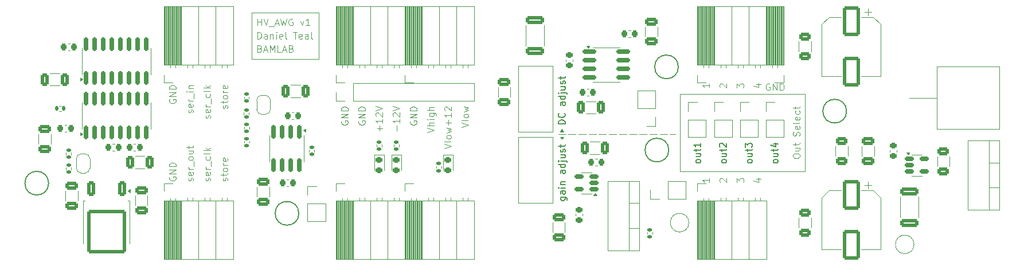
<source format=gbr>
%TF.GenerationSoftware,KiCad,Pcbnew,8.0.2*%
%TF.CreationDate,2024-07-01T04:04:09-07:00*%
%TF.ProjectId,waveform-generator-board,77617665-666f-4726-9d2d-67656e657261,rev?*%
%TF.SameCoordinates,Original*%
%TF.FileFunction,Legend,Top*%
%TF.FilePolarity,Positive*%
%FSLAX46Y46*%
G04 Gerber Fmt 4.6, Leading zero omitted, Abs format (unit mm)*
G04 Created by KiCad (PCBNEW 8.0.2) date 2024-07-01 04:04:09*
%MOMM*%
%LPD*%
G01*
G04 APERTURE LIST*
G04 Aperture macros list*
%AMRoundRect*
0 Rectangle with rounded corners*
0 $1 Rounding radius*
0 $2 $3 $4 $5 $6 $7 $8 $9 X,Y pos of 4 corners*
0 Add a 4 corners polygon primitive as box body*
4,1,4,$2,$3,$4,$5,$6,$7,$8,$9,$2,$3,0*
0 Add four circle primitives for the rounded corners*
1,1,$1+$1,$2,$3*
1,1,$1+$1,$4,$5*
1,1,$1+$1,$6,$7*
1,1,$1+$1,$8,$9*
0 Add four rect primitives between the rounded corners*
20,1,$1+$1,$2,$3,$4,$5,0*
20,1,$1+$1,$4,$5,$6,$7,0*
20,1,$1+$1,$6,$7,$8,$9,0*
20,1,$1+$1,$8,$9,$2,$3,0*%
%AMFreePoly0*
4,1,19,0.500000,-0.750000,0.000000,-0.750000,0.000000,-0.744911,-0.071157,-0.744911,-0.207708,-0.704816,-0.327430,-0.627875,-0.420627,-0.520320,-0.479746,-0.390866,-0.500000,-0.250000,-0.500000,0.250000,-0.479746,0.390866,-0.420627,0.520320,-0.327430,0.627875,-0.207708,0.704816,-0.071157,0.744911,0.000000,0.744911,0.000000,0.750000,0.500000,0.750000,0.500000,-0.750000,0.500000,-0.750000,
$1*%
%AMFreePoly1*
4,1,19,0.000000,0.744911,0.071157,0.744911,0.207708,0.704816,0.327430,0.627875,0.420627,0.520320,0.479746,0.390866,0.500000,0.250000,0.500000,-0.250000,0.479746,-0.390866,0.420627,-0.520320,0.327430,-0.627875,0.207708,-0.704816,0.071157,-0.744911,0.000000,-0.744911,0.000000,-0.750000,-0.500000,-0.750000,-0.500000,0.750000,0.000000,0.750000,0.000000,0.744911,0.000000,0.744911,
$1*%
G04 Aperture macros list end*
%ADD10C,0.100000*%
%ADD11C,0.150000*%
%ADD12C,0.120000*%
%ADD13RoundRect,0.150000X0.150000X-0.825000X0.150000X0.825000X-0.150000X0.825000X-0.150000X-0.825000X0*%
%ADD14RoundRect,0.250000X0.325000X0.650000X-0.325000X0.650000X-0.325000X-0.650000X0.325000X-0.650000X0*%
%ADD15C,2.400000*%
%ADD16O,2.400000X2.400000*%
%ADD17C,2.800000*%
%ADD18RoundRect,0.150000X0.512500X0.150000X-0.512500X0.150000X-0.512500X-0.150000X0.512500X-0.150000X0*%
%ADD19RoundRect,0.250000X-1.075000X0.362500X-1.075000X-0.362500X1.075000X-0.362500X1.075000X0.362500X0*%
%ADD20RoundRect,0.135000X0.185000X-0.135000X0.185000X0.135000X-0.185000X0.135000X-0.185000X-0.135000X0*%
%ADD21RoundRect,0.135000X-0.185000X0.135000X-0.185000X-0.135000X0.185000X-0.135000X0.185000X0.135000X0*%
%ADD22RoundRect,0.218750X-0.256250X0.218750X-0.256250X-0.218750X0.256250X-0.218750X0.256250X0.218750X0*%
%ADD23RoundRect,0.250000X-0.325000X-0.650000X0.325000X-0.650000X0.325000X0.650000X-0.325000X0.650000X0*%
%ADD24R,1.700000X1.700000*%
%ADD25O,1.700000X1.700000*%
%ADD26RoundRect,0.250000X-0.650000X0.325000X-0.650000X-0.325000X0.650000X-0.325000X0.650000X0.325000X0*%
%ADD27C,1.440000*%
%ADD28RoundRect,0.225000X0.250000X-0.225000X0.250000X0.225000X-0.250000X0.225000X-0.250000X-0.225000X0*%
%ADD29RoundRect,0.250000X-0.350000X0.850000X-0.350000X-0.850000X0.350000X-0.850000X0.350000X0.850000X0*%
%ADD30RoundRect,0.249997X-2.650003X2.950003X-2.650003X-2.950003X2.650003X-2.950003X2.650003X2.950003X0*%
%ADD31RoundRect,0.225000X0.225000X0.250000X-0.225000X0.250000X-0.225000X-0.250000X0.225000X-0.250000X0*%
%ADD32C,1.600000*%
%ADD33O,1.600000X1.600000*%
%ADD34RoundRect,0.250000X0.650000X-0.325000X0.650000X0.325000X-0.650000X0.325000X-0.650000X-0.325000X0*%
%ADD35RoundRect,0.135000X0.135000X0.185000X-0.135000X0.185000X-0.135000X-0.185000X0.135000X-0.185000X0*%
%ADD36RoundRect,0.250000X-0.625000X0.312500X-0.625000X-0.312500X0.625000X-0.312500X0.625000X0.312500X0*%
%ADD37C,6.400000*%
%ADD38RoundRect,0.250000X0.625000X-0.312500X0.625000X0.312500X-0.625000X0.312500X-0.625000X-0.312500X0*%
%ADD39RoundRect,0.225000X-0.225000X-0.250000X0.225000X-0.250000X0.225000X0.250000X-0.225000X0.250000X0*%
%ADD40RoundRect,0.150000X-0.512500X-0.150000X0.512500X-0.150000X0.512500X0.150000X-0.512500X0.150000X0*%
%ADD41RoundRect,0.225000X-0.250000X0.225000X-0.250000X-0.225000X0.250000X-0.225000X0.250000X0.225000X0*%
%ADD42FreePoly0,270.000000*%
%ADD43FreePoly1,270.000000*%
%ADD44R,2.000000X1.905000*%
%ADD45O,2.000000X1.905000*%
%ADD46RoundRect,0.150000X-0.825000X-0.150000X0.825000X-0.150000X0.825000X0.150000X-0.825000X0.150000X0*%
%ADD47RoundRect,0.250000X-1.000000X1.950000X-1.000000X-1.950000X1.000000X-1.950000X1.000000X1.950000X0*%
%ADD48RoundRect,0.150000X-0.150000X0.825000X-0.150000X-0.825000X0.150000X-0.825000X0.150000X0.825000X0*%
G04 APERTURE END LIST*
D10*
X115624000Y-81232000D02*
X125530000Y-81232000D01*
X125530000Y-88052000D01*
X115624000Y-88052000D01*
X115624000Y-81232000D01*
X178870000Y-93224000D02*
X197285000Y-93224000D01*
X197285000Y-104654000D01*
X178870000Y-104654000D01*
X178870000Y-93224000D01*
X161671000Y-98806000D02*
X161163000Y-98806000D01*
X161417000Y-98425000D01*
X161671000Y-98806000D01*
G36*
X161671000Y-98806000D02*
G01*
X161163000Y-98806000D01*
X161417000Y-98425000D01*
X161671000Y-98806000D01*
G37*
X161417000Y-99949000D02*
X161163000Y-99568000D01*
X161671000Y-99568000D01*
X161417000Y-99949000D01*
G36*
X161417000Y-99949000D02*
G01*
X161163000Y-99568000D01*
X161671000Y-99568000D01*
X161417000Y-99949000D01*
G37*
X160858200Y-99187000D02*
X161958200Y-99187000D01*
X162358200Y-99187000D02*
X163458200Y-99187000D01*
X163858200Y-99187000D02*
X164958200Y-99187000D01*
X165358200Y-99187000D02*
X166458200Y-99187000D01*
X166858200Y-99187000D02*
X167958200Y-99187000D01*
X168358200Y-99187000D02*
X169458200Y-99187000D01*
X169858200Y-99187000D02*
X170958200Y-99187000D01*
X171358200Y-99187000D02*
X172458200Y-99187000D01*
X172858200Y-99187000D02*
X173958200Y-99187000D01*
X174358200Y-99187000D02*
X175458200Y-99187000D01*
X175858200Y-99187000D02*
X176958200Y-99187000D01*
X177358200Y-99187000D02*
X178130200Y-99187000D01*
X183137419Y-105696265D02*
X183137419Y-106267693D01*
X183137419Y-105981979D02*
X182137419Y-105981979D01*
X182137419Y-105981979D02*
X182280276Y-106077217D01*
X182280276Y-106077217D02*
X182375514Y-106172455D01*
X182375514Y-106172455D02*
X182423133Y-106267693D01*
X109429800Y-106048734D02*
X109477419Y-105953496D01*
X109477419Y-105953496D02*
X109477419Y-105763020D01*
X109477419Y-105763020D02*
X109429800Y-105667782D01*
X109429800Y-105667782D02*
X109334561Y-105620163D01*
X109334561Y-105620163D02*
X109286942Y-105620163D01*
X109286942Y-105620163D02*
X109191704Y-105667782D01*
X109191704Y-105667782D02*
X109144085Y-105763020D01*
X109144085Y-105763020D02*
X109144085Y-105905877D01*
X109144085Y-105905877D02*
X109096466Y-106001115D01*
X109096466Y-106001115D02*
X109001228Y-106048734D01*
X109001228Y-106048734D02*
X108953609Y-106048734D01*
X108953609Y-106048734D02*
X108858371Y-106001115D01*
X108858371Y-106001115D02*
X108810752Y-105905877D01*
X108810752Y-105905877D02*
X108810752Y-105763020D01*
X108810752Y-105763020D02*
X108858371Y-105667782D01*
X109429800Y-104810639D02*
X109477419Y-104905877D01*
X109477419Y-104905877D02*
X109477419Y-105096353D01*
X109477419Y-105096353D02*
X109429800Y-105191591D01*
X109429800Y-105191591D02*
X109334561Y-105239210D01*
X109334561Y-105239210D02*
X108953609Y-105239210D01*
X108953609Y-105239210D02*
X108858371Y-105191591D01*
X108858371Y-105191591D02*
X108810752Y-105096353D01*
X108810752Y-105096353D02*
X108810752Y-104905877D01*
X108810752Y-104905877D02*
X108858371Y-104810639D01*
X108858371Y-104810639D02*
X108953609Y-104763020D01*
X108953609Y-104763020D02*
X109048847Y-104763020D01*
X109048847Y-104763020D02*
X109144085Y-105239210D01*
X109477419Y-104334448D02*
X108810752Y-104334448D01*
X109001228Y-104334448D02*
X108905990Y-104286829D01*
X108905990Y-104286829D02*
X108858371Y-104239210D01*
X108858371Y-104239210D02*
X108810752Y-104143972D01*
X108810752Y-104143972D02*
X108810752Y-104048734D01*
X109572657Y-103953496D02*
X109572657Y-103191591D01*
X109429800Y-102524924D02*
X109477419Y-102620162D01*
X109477419Y-102620162D02*
X109477419Y-102810638D01*
X109477419Y-102810638D02*
X109429800Y-102905876D01*
X109429800Y-102905876D02*
X109382180Y-102953495D01*
X109382180Y-102953495D02*
X109286942Y-103001114D01*
X109286942Y-103001114D02*
X109001228Y-103001114D01*
X109001228Y-103001114D02*
X108905990Y-102953495D01*
X108905990Y-102953495D02*
X108858371Y-102905876D01*
X108858371Y-102905876D02*
X108810752Y-102810638D01*
X108810752Y-102810638D02*
X108810752Y-102620162D01*
X108810752Y-102620162D02*
X108858371Y-102524924D01*
X109477419Y-101953495D02*
X109429800Y-102048733D01*
X109429800Y-102048733D02*
X109334561Y-102096352D01*
X109334561Y-102096352D02*
X108477419Y-102096352D01*
X109477419Y-101572542D02*
X108477419Y-101572542D01*
X109096466Y-101477304D02*
X109477419Y-101191590D01*
X108810752Y-101191590D02*
X109191704Y-101572542D01*
X111969800Y-106048734D02*
X112017419Y-105953496D01*
X112017419Y-105953496D02*
X112017419Y-105763020D01*
X112017419Y-105763020D02*
X111969800Y-105667782D01*
X111969800Y-105667782D02*
X111874561Y-105620163D01*
X111874561Y-105620163D02*
X111826942Y-105620163D01*
X111826942Y-105620163D02*
X111731704Y-105667782D01*
X111731704Y-105667782D02*
X111684085Y-105763020D01*
X111684085Y-105763020D02*
X111684085Y-105905877D01*
X111684085Y-105905877D02*
X111636466Y-106001115D01*
X111636466Y-106001115D02*
X111541228Y-106048734D01*
X111541228Y-106048734D02*
X111493609Y-106048734D01*
X111493609Y-106048734D02*
X111398371Y-106001115D01*
X111398371Y-106001115D02*
X111350752Y-105905877D01*
X111350752Y-105905877D02*
X111350752Y-105763020D01*
X111350752Y-105763020D02*
X111398371Y-105667782D01*
X111350752Y-105334448D02*
X111350752Y-104953496D01*
X111017419Y-105191591D02*
X111874561Y-105191591D01*
X111874561Y-105191591D02*
X111969800Y-105143972D01*
X111969800Y-105143972D02*
X112017419Y-105048734D01*
X112017419Y-105048734D02*
X112017419Y-104953496D01*
X112017419Y-104477305D02*
X111969800Y-104572543D01*
X111969800Y-104572543D02*
X111922180Y-104620162D01*
X111922180Y-104620162D02*
X111826942Y-104667781D01*
X111826942Y-104667781D02*
X111541228Y-104667781D01*
X111541228Y-104667781D02*
X111445990Y-104620162D01*
X111445990Y-104620162D02*
X111398371Y-104572543D01*
X111398371Y-104572543D02*
X111350752Y-104477305D01*
X111350752Y-104477305D02*
X111350752Y-104334448D01*
X111350752Y-104334448D02*
X111398371Y-104239210D01*
X111398371Y-104239210D02*
X111445990Y-104191591D01*
X111445990Y-104191591D02*
X111541228Y-104143972D01*
X111541228Y-104143972D02*
X111826942Y-104143972D01*
X111826942Y-104143972D02*
X111922180Y-104191591D01*
X111922180Y-104191591D02*
X111969800Y-104239210D01*
X111969800Y-104239210D02*
X112017419Y-104334448D01*
X112017419Y-104334448D02*
X112017419Y-104477305D01*
X112017419Y-103715400D02*
X111350752Y-103715400D01*
X111541228Y-103715400D02*
X111445990Y-103667781D01*
X111445990Y-103667781D02*
X111398371Y-103620162D01*
X111398371Y-103620162D02*
X111350752Y-103524924D01*
X111350752Y-103524924D02*
X111350752Y-103429686D01*
X111969800Y-102715400D02*
X112017419Y-102810638D01*
X112017419Y-102810638D02*
X112017419Y-103001114D01*
X112017419Y-103001114D02*
X111969800Y-103096352D01*
X111969800Y-103096352D02*
X111874561Y-103143971D01*
X111874561Y-103143971D02*
X111493609Y-103143971D01*
X111493609Y-103143971D02*
X111398371Y-103096352D01*
X111398371Y-103096352D02*
X111350752Y-103001114D01*
X111350752Y-103001114D02*
X111350752Y-102810638D01*
X111350752Y-102810638D02*
X111398371Y-102715400D01*
X111398371Y-102715400D02*
X111493609Y-102667781D01*
X111493609Y-102667781D02*
X111588847Y-102667781D01*
X111588847Y-102667781D02*
X111684085Y-103143971D01*
X183137419Y-91696265D02*
X183137419Y-92267693D01*
X183137419Y-91981979D02*
X182137419Y-91981979D01*
X182137419Y-91981979D02*
X182280276Y-92077217D01*
X182280276Y-92077217D02*
X182375514Y-92172455D01*
X182375514Y-92172455D02*
X182423133Y-92267693D01*
X106889800Y-96003884D02*
X106937419Y-95908646D01*
X106937419Y-95908646D02*
X106937419Y-95718170D01*
X106937419Y-95718170D02*
X106889800Y-95622932D01*
X106889800Y-95622932D02*
X106794561Y-95575313D01*
X106794561Y-95575313D02*
X106746942Y-95575313D01*
X106746942Y-95575313D02*
X106651704Y-95622932D01*
X106651704Y-95622932D02*
X106604085Y-95718170D01*
X106604085Y-95718170D02*
X106604085Y-95861027D01*
X106604085Y-95861027D02*
X106556466Y-95956265D01*
X106556466Y-95956265D02*
X106461228Y-96003884D01*
X106461228Y-96003884D02*
X106413609Y-96003884D01*
X106413609Y-96003884D02*
X106318371Y-95956265D01*
X106318371Y-95956265D02*
X106270752Y-95861027D01*
X106270752Y-95861027D02*
X106270752Y-95718170D01*
X106270752Y-95718170D02*
X106318371Y-95622932D01*
X106889800Y-94765789D02*
X106937419Y-94861027D01*
X106937419Y-94861027D02*
X106937419Y-95051503D01*
X106937419Y-95051503D02*
X106889800Y-95146741D01*
X106889800Y-95146741D02*
X106794561Y-95194360D01*
X106794561Y-95194360D02*
X106413609Y-95194360D01*
X106413609Y-95194360D02*
X106318371Y-95146741D01*
X106318371Y-95146741D02*
X106270752Y-95051503D01*
X106270752Y-95051503D02*
X106270752Y-94861027D01*
X106270752Y-94861027D02*
X106318371Y-94765789D01*
X106318371Y-94765789D02*
X106413609Y-94718170D01*
X106413609Y-94718170D02*
X106508847Y-94718170D01*
X106508847Y-94718170D02*
X106604085Y-95194360D01*
X106937419Y-94289598D02*
X106270752Y-94289598D01*
X106461228Y-94289598D02*
X106365990Y-94241979D01*
X106365990Y-94241979D02*
X106318371Y-94194360D01*
X106318371Y-94194360D02*
X106270752Y-94099122D01*
X106270752Y-94099122D02*
X106270752Y-94003884D01*
X107032657Y-93908646D02*
X107032657Y-93146741D01*
X106937419Y-92908645D02*
X106270752Y-92908645D01*
X105937419Y-92908645D02*
X105985038Y-92956264D01*
X105985038Y-92956264D02*
X106032657Y-92908645D01*
X106032657Y-92908645D02*
X105985038Y-92861026D01*
X105985038Y-92861026D02*
X105937419Y-92908645D01*
X105937419Y-92908645D02*
X106032657Y-92908645D01*
X106270752Y-92432455D02*
X106937419Y-92432455D01*
X106365990Y-92432455D02*
X106318371Y-92384836D01*
X106318371Y-92384836D02*
X106270752Y-92289598D01*
X106270752Y-92289598D02*
X106270752Y-92146741D01*
X106270752Y-92146741D02*
X106318371Y-92051503D01*
X106318371Y-92051503D02*
X106413609Y-92003884D01*
X106413609Y-92003884D02*
X106937419Y-92003884D01*
D11*
X193294819Y-103260065D02*
X193247200Y-103355303D01*
X193247200Y-103355303D02*
X193199580Y-103402922D01*
X193199580Y-103402922D02*
X193104342Y-103450541D01*
X193104342Y-103450541D02*
X192818628Y-103450541D01*
X192818628Y-103450541D02*
X192723390Y-103402922D01*
X192723390Y-103402922D02*
X192675771Y-103355303D01*
X192675771Y-103355303D02*
X192628152Y-103260065D01*
X192628152Y-103260065D02*
X192628152Y-103117208D01*
X192628152Y-103117208D02*
X192675771Y-103021970D01*
X192675771Y-103021970D02*
X192723390Y-102974351D01*
X192723390Y-102974351D02*
X192818628Y-102926732D01*
X192818628Y-102926732D02*
X193104342Y-102926732D01*
X193104342Y-102926732D02*
X193199580Y-102974351D01*
X193199580Y-102974351D02*
X193247200Y-103021970D01*
X193247200Y-103021970D02*
X193294819Y-103117208D01*
X193294819Y-103117208D02*
X193294819Y-103260065D01*
X192628152Y-102069589D02*
X193294819Y-102069589D01*
X192628152Y-102498160D02*
X193151961Y-102498160D01*
X193151961Y-102498160D02*
X193247200Y-102450541D01*
X193247200Y-102450541D02*
X193294819Y-102355303D01*
X193294819Y-102355303D02*
X193294819Y-102212446D01*
X193294819Y-102212446D02*
X193247200Y-102117208D01*
X193247200Y-102117208D02*
X193199580Y-102069589D01*
X192628152Y-101736255D02*
X192628152Y-101355303D01*
X192294819Y-101593398D02*
X193151961Y-101593398D01*
X193151961Y-101593398D02*
X193247200Y-101545779D01*
X193247200Y-101545779D02*
X193294819Y-101450541D01*
X193294819Y-101450541D02*
X193294819Y-101355303D01*
X192628152Y-100593398D02*
X193294819Y-100593398D01*
X192247200Y-100831493D02*
X192961485Y-101069588D01*
X192961485Y-101069588D02*
X192961485Y-100450541D01*
D10*
X195522419Y-102462810D02*
X195522419Y-102272334D01*
X195522419Y-102272334D02*
X195570038Y-102177096D01*
X195570038Y-102177096D02*
X195665276Y-102081858D01*
X195665276Y-102081858D02*
X195855752Y-102034239D01*
X195855752Y-102034239D02*
X196189085Y-102034239D01*
X196189085Y-102034239D02*
X196379561Y-102081858D01*
X196379561Y-102081858D02*
X196474800Y-102177096D01*
X196474800Y-102177096D02*
X196522419Y-102272334D01*
X196522419Y-102272334D02*
X196522419Y-102462810D01*
X196522419Y-102462810D02*
X196474800Y-102558048D01*
X196474800Y-102558048D02*
X196379561Y-102653286D01*
X196379561Y-102653286D02*
X196189085Y-102700905D01*
X196189085Y-102700905D02*
X195855752Y-102700905D01*
X195855752Y-102700905D02*
X195665276Y-102653286D01*
X195665276Y-102653286D02*
X195570038Y-102558048D01*
X195570038Y-102558048D02*
X195522419Y-102462810D01*
X195855752Y-101177096D02*
X196522419Y-101177096D01*
X195855752Y-101605667D02*
X196379561Y-101605667D01*
X196379561Y-101605667D02*
X196474800Y-101558048D01*
X196474800Y-101558048D02*
X196522419Y-101462810D01*
X196522419Y-101462810D02*
X196522419Y-101319953D01*
X196522419Y-101319953D02*
X196474800Y-101224715D01*
X196474800Y-101224715D02*
X196427180Y-101177096D01*
X195855752Y-100843762D02*
X195855752Y-100462810D01*
X195522419Y-100700905D02*
X196379561Y-100700905D01*
X196379561Y-100700905D02*
X196474800Y-100653286D01*
X196474800Y-100653286D02*
X196522419Y-100558048D01*
X196522419Y-100558048D02*
X196522419Y-100462810D01*
X196474800Y-99415190D02*
X196522419Y-99272333D01*
X196522419Y-99272333D02*
X196522419Y-99034238D01*
X196522419Y-99034238D02*
X196474800Y-98939000D01*
X196474800Y-98939000D02*
X196427180Y-98891381D01*
X196427180Y-98891381D02*
X196331942Y-98843762D01*
X196331942Y-98843762D02*
X196236704Y-98843762D01*
X196236704Y-98843762D02*
X196141466Y-98891381D01*
X196141466Y-98891381D02*
X196093847Y-98939000D01*
X196093847Y-98939000D02*
X196046228Y-99034238D01*
X196046228Y-99034238D02*
X195998609Y-99224714D01*
X195998609Y-99224714D02*
X195950990Y-99319952D01*
X195950990Y-99319952D02*
X195903371Y-99367571D01*
X195903371Y-99367571D02*
X195808133Y-99415190D01*
X195808133Y-99415190D02*
X195712895Y-99415190D01*
X195712895Y-99415190D02*
X195617657Y-99367571D01*
X195617657Y-99367571D02*
X195570038Y-99319952D01*
X195570038Y-99319952D02*
X195522419Y-99224714D01*
X195522419Y-99224714D02*
X195522419Y-98986619D01*
X195522419Y-98986619D02*
X195570038Y-98843762D01*
X196474800Y-98034238D02*
X196522419Y-98129476D01*
X196522419Y-98129476D02*
X196522419Y-98319952D01*
X196522419Y-98319952D02*
X196474800Y-98415190D01*
X196474800Y-98415190D02*
X196379561Y-98462809D01*
X196379561Y-98462809D02*
X195998609Y-98462809D01*
X195998609Y-98462809D02*
X195903371Y-98415190D01*
X195903371Y-98415190D02*
X195855752Y-98319952D01*
X195855752Y-98319952D02*
X195855752Y-98129476D01*
X195855752Y-98129476D02*
X195903371Y-98034238D01*
X195903371Y-98034238D02*
X195998609Y-97986619D01*
X195998609Y-97986619D02*
X196093847Y-97986619D01*
X196093847Y-97986619D02*
X196189085Y-98462809D01*
X196522419Y-97415190D02*
X196474800Y-97510428D01*
X196474800Y-97510428D02*
X196379561Y-97558047D01*
X196379561Y-97558047D02*
X195522419Y-97558047D01*
X196474800Y-96653285D02*
X196522419Y-96748523D01*
X196522419Y-96748523D02*
X196522419Y-96938999D01*
X196522419Y-96938999D02*
X196474800Y-97034237D01*
X196474800Y-97034237D02*
X196379561Y-97081856D01*
X196379561Y-97081856D02*
X195998609Y-97081856D01*
X195998609Y-97081856D02*
X195903371Y-97034237D01*
X195903371Y-97034237D02*
X195855752Y-96938999D01*
X195855752Y-96938999D02*
X195855752Y-96748523D01*
X195855752Y-96748523D02*
X195903371Y-96653285D01*
X195903371Y-96653285D02*
X195998609Y-96605666D01*
X195998609Y-96605666D02*
X196093847Y-96605666D01*
X196093847Y-96605666D02*
X196189085Y-97081856D01*
X196474800Y-95748523D02*
X196522419Y-95843761D01*
X196522419Y-95843761D02*
X196522419Y-96034237D01*
X196522419Y-96034237D02*
X196474800Y-96129475D01*
X196474800Y-96129475D02*
X196427180Y-96177094D01*
X196427180Y-96177094D02*
X196331942Y-96224713D01*
X196331942Y-96224713D02*
X196046228Y-96224713D01*
X196046228Y-96224713D02*
X195950990Y-96177094D01*
X195950990Y-96177094D02*
X195903371Y-96129475D01*
X195903371Y-96129475D02*
X195855752Y-96034237D01*
X195855752Y-96034237D02*
X195855752Y-95843761D01*
X195855752Y-95843761D02*
X195903371Y-95748523D01*
X195855752Y-95462808D02*
X195855752Y-95081856D01*
X195522419Y-95319951D02*
X196379561Y-95319951D01*
X196379561Y-95319951D02*
X196474800Y-95272332D01*
X196474800Y-95272332D02*
X196522419Y-95177094D01*
X196522419Y-95177094D02*
X196522419Y-95081856D01*
X192088496Y-91745038D02*
X191993258Y-91697419D01*
X191993258Y-91697419D02*
X191850401Y-91697419D01*
X191850401Y-91697419D02*
X191707544Y-91745038D01*
X191707544Y-91745038D02*
X191612306Y-91840276D01*
X191612306Y-91840276D02*
X191564687Y-91935514D01*
X191564687Y-91935514D02*
X191517068Y-92125990D01*
X191517068Y-92125990D02*
X191517068Y-92268847D01*
X191517068Y-92268847D02*
X191564687Y-92459323D01*
X191564687Y-92459323D02*
X191612306Y-92554561D01*
X191612306Y-92554561D02*
X191707544Y-92649800D01*
X191707544Y-92649800D02*
X191850401Y-92697419D01*
X191850401Y-92697419D02*
X191945639Y-92697419D01*
X191945639Y-92697419D02*
X192088496Y-92649800D01*
X192088496Y-92649800D02*
X192136115Y-92602180D01*
X192136115Y-92602180D02*
X192136115Y-92268847D01*
X192136115Y-92268847D02*
X191945639Y-92268847D01*
X192564687Y-92697419D02*
X192564687Y-91697419D01*
X192564687Y-91697419D02*
X193136115Y-92697419D01*
X193136115Y-92697419D02*
X193136115Y-91697419D01*
X193612306Y-92697419D02*
X193612306Y-91697419D01*
X193612306Y-91697419D02*
X193850401Y-91697419D01*
X193850401Y-91697419D02*
X193993258Y-91745038D01*
X193993258Y-91745038D02*
X194088496Y-91840276D01*
X194088496Y-91840276D02*
X194136115Y-91935514D01*
X194136115Y-91935514D02*
X194183734Y-92125990D01*
X194183734Y-92125990D02*
X194183734Y-92268847D01*
X194183734Y-92268847D02*
X194136115Y-92459323D01*
X194136115Y-92459323D02*
X194088496Y-92554561D01*
X194088496Y-92554561D02*
X193993258Y-92649800D01*
X193993258Y-92649800D02*
X193850401Y-92697419D01*
X193850401Y-92697419D02*
X193612306Y-92697419D01*
D11*
X161203152Y-108496649D02*
X162012676Y-108496649D01*
X162012676Y-108496649D02*
X162107914Y-108544268D01*
X162107914Y-108544268D02*
X162155533Y-108591887D01*
X162155533Y-108591887D02*
X162203152Y-108687125D01*
X162203152Y-108687125D02*
X162203152Y-108829982D01*
X162203152Y-108829982D02*
X162155533Y-108925220D01*
X161822200Y-108496649D02*
X161869819Y-108591887D01*
X161869819Y-108591887D02*
X161869819Y-108782363D01*
X161869819Y-108782363D02*
X161822200Y-108877601D01*
X161822200Y-108877601D02*
X161774580Y-108925220D01*
X161774580Y-108925220D02*
X161679342Y-108972839D01*
X161679342Y-108972839D02*
X161393628Y-108972839D01*
X161393628Y-108972839D02*
X161298390Y-108925220D01*
X161298390Y-108925220D02*
X161250771Y-108877601D01*
X161250771Y-108877601D02*
X161203152Y-108782363D01*
X161203152Y-108782363D02*
X161203152Y-108591887D01*
X161203152Y-108591887D02*
X161250771Y-108496649D01*
X161869819Y-107591887D02*
X161346009Y-107591887D01*
X161346009Y-107591887D02*
X161250771Y-107639506D01*
X161250771Y-107639506D02*
X161203152Y-107734744D01*
X161203152Y-107734744D02*
X161203152Y-107925220D01*
X161203152Y-107925220D02*
X161250771Y-108020458D01*
X161822200Y-107591887D02*
X161869819Y-107687125D01*
X161869819Y-107687125D02*
X161869819Y-107925220D01*
X161869819Y-107925220D02*
X161822200Y-108020458D01*
X161822200Y-108020458D02*
X161726961Y-108068077D01*
X161726961Y-108068077D02*
X161631723Y-108068077D01*
X161631723Y-108068077D02*
X161536485Y-108020458D01*
X161536485Y-108020458D02*
X161488866Y-107925220D01*
X161488866Y-107925220D02*
X161488866Y-107687125D01*
X161488866Y-107687125D02*
X161441247Y-107591887D01*
X161869819Y-107115696D02*
X161203152Y-107115696D01*
X160869819Y-107115696D02*
X160917438Y-107163315D01*
X160917438Y-107163315D02*
X160965057Y-107115696D01*
X160965057Y-107115696D02*
X160917438Y-107068077D01*
X160917438Y-107068077D02*
X160869819Y-107115696D01*
X160869819Y-107115696D02*
X160965057Y-107115696D01*
X161203152Y-106639506D02*
X161869819Y-106639506D01*
X161298390Y-106639506D02*
X161250771Y-106591887D01*
X161250771Y-106591887D02*
X161203152Y-106496649D01*
X161203152Y-106496649D02*
X161203152Y-106353792D01*
X161203152Y-106353792D02*
X161250771Y-106258554D01*
X161250771Y-106258554D02*
X161346009Y-106210935D01*
X161346009Y-106210935D02*
X161869819Y-106210935D01*
X161869819Y-104544268D02*
X161346009Y-104544268D01*
X161346009Y-104544268D02*
X161250771Y-104591887D01*
X161250771Y-104591887D02*
X161203152Y-104687125D01*
X161203152Y-104687125D02*
X161203152Y-104877601D01*
X161203152Y-104877601D02*
X161250771Y-104972839D01*
X161822200Y-104544268D02*
X161869819Y-104639506D01*
X161869819Y-104639506D02*
X161869819Y-104877601D01*
X161869819Y-104877601D02*
X161822200Y-104972839D01*
X161822200Y-104972839D02*
X161726961Y-105020458D01*
X161726961Y-105020458D02*
X161631723Y-105020458D01*
X161631723Y-105020458D02*
X161536485Y-104972839D01*
X161536485Y-104972839D02*
X161488866Y-104877601D01*
X161488866Y-104877601D02*
X161488866Y-104639506D01*
X161488866Y-104639506D02*
X161441247Y-104544268D01*
X161869819Y-103639506D02*
X160869819Y-103639506D01*
X161822200Y-103639506D02*
X161869819Y-103734744D01*
X161869819Y-103734744D02*
X161869819Y-103925220D01*
X161869819Y-103925220D02*
X161822200Y-104020458D01*
X161822200Y-104020458D02*
X161774580Y-104068077D01*
X161774580Y-104068077D02*
X161679342Y-104115696D01*
X161679342Y-104115696D02*
X161393628Y-104115696D01*
X161393628Y-104115696D02*
X161298390Y-104068077D01*
X161298390Y-104068077D02*
X161250771Y-104020458D01*
X161250771Y-104020458D02*
X161203152Y-103925220D01*
X161203152Y-103925220D02*
X161203152Y-103734744D01*
X161203152Y-103734744D02*
X161250771Y-103639506D01*
X161203152Y-103163315D02*
X162060295Y-103163315D01*
X162060295Y-103163315D02*
X162155533Y-103210934D01*
X162155533Y-103210934D02*
X162203152Y-103306172D01*
X162203152Y-103306172D02*
X162203152Y-103353791D01*
X160869819Y-103163315D02*
X160917438Y-103210934D01*
X160917438Y-103210934D02*
X160965057Y-103163315D01*
X160965057Y-103163315D02*
X160917438Y-103115696D01*
X160917438Y-103115696D02*
X160869819Y-103163315D01*
X160869819Y-103163315D02*
X160965057Y-103163315D01*
X161203152Y-102258554D02*
X161869819Y-102258554D01*
X161203152Y-102687125D02*
X161726961Y-102687125D01*
X161726961Y-102687125D02*
X161822200Y-102639506D01*
X161822200Y-102639506D02*
X161869819Y-102544268D01*
X161869819Y-102544268D02*
X161869819Y-102401411D01*
X161869819Y-102401411D02*
X161822200Y-102306173D01*
X161822200Y-102306173D02*
X161774580Y-102258554D01*
X161822200Y-101829982D02*
X161869819Y-101734744D01*
X161869819Y-101734744D02*
X161869819Y-101544268D01*
X161869819Y-101544268D02*
X161822200Y-101449030D01*
X161822200Y-101449030D02*
X161726961Y-101401411D01*
X161726961Y-101401411D02*
X161679342Y-101401411D01*
X161679342Y-101401411D02*
X161584104Y-101449030D01*
X161584104Y-101449030D02*
X161536485Y-101544268D01*
X161536485Y-101544268D02*
X161536485Y-101687125D01*
X161536485Y-101687125D02*
X161488866Y-101782363D01*
X161488866Y-101782363D02*
X161393628Y-101829982D01*
X161393628Y-101829982D02*
X161346009Y-101829982D01*
X161346009Y-101829982D02*
X161250771Y-101782363D01*
X161250771Y-101782363D02*
X161203152Y-101687125D01*
X161203152Y-101687125D02*
X161203152Y-101544268D01*
X161203152Y-101544268D02*
X161250771Y-101449030D01*
X161203152Y-101115696D02*
X161203152Y-100734744D01*
X160869819Y-100972839D02*
X161726961Y-100972839D01*
X161726961Y-100972839D02*
X161822200Y-100925220D01*
X161822200Y-100925220D02*
X161869819Y-100829982D01*
X161869819Y-100829982D02*
X161869819Y-100734744D01*
D10*
X187217419Y-92315312D02*
X187217419Y-91696265D01*
X187217419Y-91696265D02*
X187598371Y-92029598D01*
X187598371Y-92029598D02*
X187598371Y-91886741D01*
X187598371Y-91886741D02*
X187645990Y-91791503D01*
X187645990Y-91791503D02*
X187693609Y-91743884D01*
X187693609Y-91743884D02*
X187788847Y-91696265D01*
X187788847Y-91696265D02*
X188026942Y-91696265D01*
X188026942Y-91696265D02*
X188122180Y-91743884D01*
X188122180Y-91743884D02*
X188169800Y-91791503D01*
X188169800Y-91791503D02*
X188217419Y-91886741D01*
X188217419Y-91886741D02*
X188217419Y-92172455D01*
X188217419Y-92172455D02*
X188169800Y-92267693D01*
X188169800Y-92267693D02*
X188122180Y-92315312D01*
X137036466Y-98702693D02*
X137036466Y-97940789D01*
X137417419Y-96940789D02*
X137417419Y-97512217D01*
X137417419Y-97226503D02*
X136417419Y-97226503D01*
X136417419Y-97226503D02*
X136560276Y-97321741D01*
X136560276Y-97321741D02*
X136655514Y-97416979D01*
X136655514Y-97416979D02*
X136703133Y-97512217D01*
X136512657Y-96559836D02*
X136465038Y-96512217D01*
X136465038Y-96512217D02*
X136417419Y-96416979D01*
X136417419Y-96416979D02*
X136417419Y-96178884D01*
X136417419Y-96178884D02*
X136465038Y-96083646D01*
X136465038Y-96083646D02*
X136512657Y-96036027D01*
X136512657Y-96036027D02*
X136607895Y-95988408D01*
X136607895Y-95988408D02*
X136703133Y-95988408D01*
X136703133Y-95988408D02*
X136845990Y-96036027D01*
X136845990Y-96036027D02*
X137417419Y-96607455D01*
X137417419Y-96607455D02*
X137417419Y-95988408D01*
X136417419Y-95702693D02*
X137417419Y-95369360D01*
X137417419Y-95369360D02*
X136417419Y-95036027D01*
D11*
X189484819Y-103260065D02*
X189437200Y-103355303D01*
X189437200Y-103355303D02*
X189389580Y-103402922D01*
X189389580Y-103402922D02*
X189294342Y-103450541D01*
X189294342Y-103450541D02*
X189008628Y-103450541D01*
X189008628Y-103450541D02*
X188913390Y-103402922D01*
X188913390Y-103402922D02*
X188865771Y-103355303D01*
X188865771Y-103355303D02*
X188818152Y-103260065D01*
X188818152Y-103260065D02*
X188818152Y-103117208D01*
X188818152Y-103117208D02*
X188865771Y-103021970D01*
X188865771Y-103021970D02*
X188913390Y-102974351D01*
X188913390Y-102974351D02*
X189008628Y-102926732D01*
X189008628Y-102926732D02*
X189294342Y-102926732D01*
X189294342Y-102926732D02*
X189389580Y-102974351D01*
X189389580Y-102974351D02*
X189437200Y-103021970D01*
X189437200Y-103021970D02*
X189484819Y-103117208D01*
X189484819Y-103117208D02*
X189484819Y-103260065D01*
X188818152Y-102069589D02*
X189484819Y-102069589D01*
X188818152Y-102498160D02*
X189341961Y-102498160D01*
X189341961Y-102498160D02*
X189437200Y-102450541D01*
X189437200Y-102450541D02*
X189484819Y-102355303D01*
X189484819Y-102355303D02*
X189484819Y-102212446D01*
X189484819Y-102212446D02*
X189437200Y-102117208D01*
X189437200Y-102117208D02*
X189389580Y-102069589D01*
X188818152Y-101736255D02*
X188818152Y-101355303D01*
X188484819Y-101593398D02*
X189341961Y-101593398D01*
X189341961Y-101593398D02*
X189437200Y-101545779D01*
X189437200Y-101545779D02*
X189484819Y-101450541D01*
X189484819Y-101450541D02*
X189484819Y-101355303D01*
X188484819Y-101117207D02*
X188484819Y-100498160D01*
X188484819Y-100498160D02*
X188865771Y-100831493D01*
X188865771Y-100831493D02*
X188865771Y-100688636D01*
X188865771Y-100688636D02*
X188913390Y-100593398D01*
X188913390Y-100593398D02*
X188961009Y-100545779D01*
X188961009Y-100545779D02*
X189056247Y-100498160D01*
X189056247Y-100498160D02*
X189294342Y-100498160D01*
X189294342Y-100498160D02*
X189389580Y-100545779D01*
X189389580Y-100545779D02*
X189437200Y-100593398D01*
X189437200Y-100593398D02*
X189484819Y-100688636D01*
X189484819Y-100688636D02*
X189484819Y-100974350D01*
X189484819Y-100974350D02*
X189437200Y-101069588D01*
X189437200Y-101069588D02*
X189389580Y-101117207D01*
D10*
X109429800Y-96813409D02*
X109477419Y-96718171D01*
X109477419Y-96718171D02*
X109477419Y-96527695D01*
X109477419Y-96527695D02*
X109429800Y-96432457D01*
X109429800Y-96432457D02*
X109334561Y-96384838D01*
X109334561Y-96384838D02*
X109286942Y-96384838D01*
X109286942Y-96384838D02*
X109191704Y-96432457D01*
X109191704Y-96432457D02*
X109144085Y-96527695D01*
X109144085Y-96527695D02*
X109144085Y-96670552D01*
X109144085Y-96670552D02*
X109096466Y-96765790D01*
X109096466Y-96765790D02*
X109001228Y-96813409D01*
X109001228Y-96813409D02*
X108953609Y-96813409D01*
X108953609Y-96813409D02*
X108858371Y-96765790D01*
X108858371Y-96765790D02*
X108810752Y-96670552D01*
X108810752Y-96670552D02*
X108810752Y-96527695D01*
X108810752Y-96527695D02*
X108858371Y-96432457D01*
X109429800Y-95575314D02*
X109477419Y-95670552D01*
X109477419Y-95670552D02*
X109477419Y-95861028D01*
X109477419Y-95861028D02*
X109429800Y-95956266D01*
X109429800Y-95956266D02*
X109334561Y-96003885D01*
X109334561Y-96003885D02*
X108953609Y-96003885D01*
X108953609Y-96003885D02*
X108858371Y-95956266D01*
X108858371Y-95956266D02*
X108810752Y-95861028D01*
X108810752Y-95861028D02*
X108810752Y-95670552D01*
X108810752Y-95670552D02*
X108858371Y-95575314D01*
X108858371Y-95575314D02*
X108953609Y-95527695D01*
X108953609Y-95527695D02*
X109048847Y-95527695D01*
X109048847Y-95527695D02*
X109144085Y-96003885D01*
X109477419Y-95099123D02*
X108810752Y-95099123D01*
X109001228Y-95099123D02*
X108905990Y-95051504D01*
X108905990Y-95051504D02*
X108858371Y-95003885D01*
X108858371Y-95003885D02*
X108810752Y-94908647D01*
X108810752Y-94908647D02*
X108810752Y-94813409D01*
X109572657Y-94718171D02*
X109572657Y-93956266D01*
X109429800Y-93289599D02*
X109477419Y-93384837D01*
X109477419Y-93384837D02*
X109477419Y-93575313D01*
X109477419Y-93575313D02*
X109429800Y-93670551D01*
X109429800Y-93670551D02*
X109382180Y-93718170D01*
X109382180Y-93718170D02*
X109286942Y-93765789D01*
X109286942Y-93765789D02*
X109001228Y-93765789D01*
X109001228Y-93765789D02*
X108905990Y-93718170D01*
X108905990Y-93718170D02*
X108858371Y-93670551D01*
X108858371Y-93670551D02*
X108810752Y-93575313D01*
X108810752Y-93575313D02*
X108810752Y-93384837D01*
X108810752Y-93384837D02*
X108858371Y-93289599D01*
X109477419Y-92718170D02*
X109429800Y-92813408D01*
X109429800Y-92813408D02*
X109334561Y-92861027D01*
X109334561Y-92861027D02*
X108477419Y-92861027D01*
X109477419Y-92337217D02*
X108477419Y-92337217D01*
X109096466Y-92241979D02*
X109477419Y-91956265D01*
X108810752Y-91956265D02*
X109191704Y-92337217D01*
X128845038Y-97226503D02*
X128797419Y-97321741D01*
X128797419Y-97321741D02*
X128797419Y-97464598D01*
X128797419Y-97464598D02*
X128845038Y-97607455D01*
X128845038Y-97607455D02*
X128940276Y-97702693D01*
X128940276Y-97702693D02*
X129035514Y-97750312D01*
X129035514Y-97750312D02*
X129225990Y-97797931D01*
X129225990Y-97797931D02*
X129368847Y-97797931D01*
X129368847Y-97797931D02*
X129559323Y-97750312D01*
X129559323Y-97750312D02*
X129654561Y-97702693D01*
X129654561Y-97702693D02*
X129749800Y-97607455D01*
X129749800Y-97607455D02*
X129797419Y-97464598D01*
X129797419Y-97464598D02*
X129797419Y-97369360D01*
X129797419Y-97369360D02*
X129749800Y-97226503D01*
X129749800Y-97226503D02*
X129702180Y-97178884D01*
X129702180Y-97178884D02*
X129368847Y-97178884D01*
X129368847Y-97178884D02*
X129368847Y-97369360D01*
X129797419Y-96750312D02*
X128797419Y-96750312D01*
X128797419Y-96750312D02*
X129797419Y-96178884D01*
X129797419Y-96178884D02*
X128797419Y-96178884D01*
X129797419Y-95702693D02*
X128797419Y-95702693D01*
X128797419Y-95702693D02*
X128797419Y-95464598D01*
X128797419Y-95464598D02*
X128845038Y-95321741D01*
X128845038Y-95321741D02*
X128940276Y-95226503D01*
X128940276Y-95226503D02*
X129035514Y-95178884D01*
X129035514Y-95178884D02*
X129225990Y-95131265D01*
X129225990Y-95131265D02*
X129368847Y-95131265D01*
X129368847Y-95131265D02*
X129559323Y-95178884D01*
X129559323Y-95178884D02*
X129654561Y-95226503D01*
X129654561Y-95226503D02*
X129749800Y-95321741D01*
X129749800Y-95321741D02*
X129797419Y-95464598D01*
X129797419Y-95464598D02*
X129797419Y-95702693D01*
D11*
X185674819Y-103260065D02*
X185627200Y-103355303D01*
X185627200Y-103355303D02*
X185579580Y-103402922D01*
X185579580Y-103402922D02*
X185484342Y-103450541D01*
X185484342Y-103450541D02*
X185198628Y-103450541D01*
X185198628Y-103450541D02*
X185103390Y-103402922D01*
X185103390Y-103402922D02*
X185055771Y-103355303D01*
X185055771Y-103355303D02*
X185008152Y-103260065D01*
X185008152Y-103260065D02*
X185008152Y-103117208D01*
X185008152Y-103117208D02*
X185055771Y-103021970D01*
X185055771Y-103021970D02*
X185103390Y-102974351D01*
X185103390Y-102974351D02*
X185198628Y-102926732D01*
X185198628Y-102926732D02*
X185484342Y-102926732D01*
X185484342Y-102926732D02*
X185579580Y-102974351D01*
X185579580Y-102974351D02*
X185627200Y-103021970D01*
X185627200Y-103021970D02*
X185674819Y-103117208D01*
X185674819Y-103117208D02*
X185674819Y-103260065D01*
X185008152Y-102069589D02*
X185674819Y-102069589D01*
X185008152Y-102498160D02*
X185531961Y-102498160D01*
X185531961Y-102498160D02*
X185627200Y-102450541D01*
X185627200Y-102450541D02*
X185674819Y-102355303D01*
X185674819Y-102355303D02*
X185674819Y-102212446D01*
X185674819Y-102212446D02*
X185627200Y-102117208D01*
X185627200Y-102117208D02*
X185579580Y-102069589D01*
X185008152Y-101736255D02*
X185008152Y-101355303D01*
X184674819Y-101593398D02*
X185531961Y-101593398D01*
X185531961Y-101593398D02*
X185627200Y-101545779D01*
X185627200Y-101545779D02*
X185674819Y-101450541D01*
X185674819Y-101450541D02*
X185674819Y-101355303D01*
X184770057Y-101069588D02*
X184722438Y-101021969D01*
X184722438Y-101021969D02*
X184674819Y-100926731D01*
X184674819Y-100926731D02*
X184674819Y-100688636D01*
X184674819Y-100688636D02*
X184722438Y-100593398D01*
X184722438Y-100593398D02*
X184770057Y-100545779D01*
X184770057Y-100545779D02*
X184865295Y-100498160D01*
X184865295Y-100498160D02*
X184960533Y-100498160D01*
X184960533Y-100498160D02*
X185103390Y-100545779D01*
X185103390Y-100545779D02*
X185674819Y-101117207D01*
X185674819Y-101117207D02*
X185674819Y-100498160D01*
D10*
X134496466Y-98702693D02*
X134496466Y-97940789D01*
X134877419Y-98321741D02*
X134115514Y-98321741D01*
X134877419Y-96940789D02*
X134877419Y-97512217D01*
X134877419Y-97226503D02*
X133877419Y-97226503D01*
X133877419Y-97226503D02*
X134020276Y-97321741D01*
X134020276Y-97321741D02*
X134115514Y-97416979D01*
X134115514Y-97416979D02*
X134163133Y-97512217D01*
X133972657Y-96559836D02*
X133925038Y-96512217D01*
X133925038Y-96512217D02*
X133877419Y-96416979D01*
X133877419Y-96416979D02*
X133877419Y-96178884D01*
X133877419Y-96178884D02*
X133925038Y-96083646D01*
X133925038Y-96083646D02*
X133972657Y-96036027D01*
X133972657Y-96036027D02*
X134067895Y-95988408D01*
X134067895Y-95988408D02*
X134163133Y-95988408D01*
X134163133Y-95988408D02*
X134305990Y-96036027D01*
X134305990Y-96036027D02*
X134877419Y-96607455D01*
X134877419Y-96607455D02*
X134877419Y-95988408D01*
X133877419Y-95702693D02*
X134877419Y-95369360D01*
X134877419Y-95369360D02*
X133877419Y-95036027D01*
D11*
X161869819Y-97671220D02*
X160869819Y-97671220D01*
X160869819Y-97671220D02*
X160869819Y-97433125D01*
X160869819Y-97433125D02*
X160917438Y-97290268D01*
X160917438Y-97290268D02*
X161012676Y-97195030D01*
X161012676Y-97195030D02*
X161107914Y-97147411D01*
X161107914Y-97147411D02*
X161298390Y-97099792D01*
X161298390Y-97099792D02*
X161441247Y-97099792D01*
X161441247Y-97099792D02*
X161631723Y-97147411D01*
X161631723Y-97147411D02*
X161726961Y-97195030D01*
X161726961Y-97195030D02*
X161822200Y-97290268D01*
X161822200Y-97290268D02*
X161869819Y-97433125D01*
X161869819Y-97433125D02*
X161869819Y-97671220D01*
X161774580Y-96099792D02*
X161822200Y-96147411D01*
X161822200Y-96147411D02*
X161869819Y-96290268D01*
X161869819Y-96290268D02*
X161869819Y-96385506D01*
X161869819Y-96385506D02*
X161822200Y-96528363D01*
X161822200Y-96528363D02*
X161726961Y-96623601D01*
X161726961Y-96623601D02*
X161631723Y-96671220D01*
X161631723Y-96671220D02*
X161441247Y-96718839D01*
X161441247Y-96718839D02*
X161298390Y-96718839D01*
X161298390Y-96718839D02*
X161107914Y-96671220D01*
X161107914Y-96671220D02*
X161012676Y-96623601D01*
X161012676Y-96623601D02*
X160917438Y-96528363D01*
X160917438Y-96528363D02*
X160869819Y-96385506D01*
X160869819Y-96385506D02*
X160869819Y-96290268D01*
X160869819Y-96290268D02*
X160917438Y-96147411D01*
X160917438Y-96147411D02*
X160965057Y-96099792D01*
X161869819Y-94480744D02*
X161346009Y-94480744D01*
X161346009Y-94480744D02*
X161250771Y-94528363D01*
X161250771Y-94528363D02*
X161203152Y-94623601D01*
X161203152Y-94623601D02*
X161203152Y-94814077D01*
X161203152Y-94814077D02*
X161250771Y-94909315D01*
X161822200Y-94480744D02*
X161869819Y-94575982D01*
X161869819Y-94575982D02*
X161869819Y-94814077D01*
X161869819Y-94814077D02*
X161822200Y-94909315D01*
X161822200Y-94909315D02*
X161726961Y-94956934D01*
X161726961Y-94956934D02*
X161631723Y-94956934D01*
X161631723Y-94956934D02*
X161536485Y-94909315D01*
X161536485Y-94909315D02*
X161488866Y-94814077D01*
X161488866Y-94814077D02*
X161488866Y-94575982D01*
X161488866Y-94575982D02*
X161441247Y-94480744D01*
X161869819Y-93575982D02*
X160869819Y-93575982D01*
X161822200Y-93575982D02*
X161869819Y-93671220D01*
X161869819Y-93671220D02*
X161869819Y-93861696D01*
X161869819Y-93861696D02*
X161822200Y-93956934D01*
X161822200Y-93956934D02*
X161774580Y-94004553D01*
X161774580Y-94004553D02*
X161679342Y-94052172D01*
X161679342Y-94052172D02*
X161393628Y-94052172D01*
X161393628Y-94052172D02*
X161298390Y-94004553D01*
X161298390Y-94004553D02*
X161250771Y-93956934D01*
X161250771Y-93956934D02*
X161203152Y-93861696D01*
X161203152Y-93861696D02*
X161203152Y-93671220D01*
X161203152Y-93671220D02*
X161250771Y-93575982D01*
X161203152Y-93099791D02*
X162060295Y-93099791D01*
X162060295Y-93099791D02*
X162155533Y-93147410D01*
X162155533Y-93147410D02*
X162203152Y-93242648D01*
X162203152Y-93242648D02*
X162203152Y-93290267D01*
X160869819Y-93099791D02*
X160917438Y-93147410D01*
X160917438Y-93147410D02*
X160965057Y-93099791D01*
X160965057Y-93099791D02*
X160917438Y-93052172D01*
X160917438Y-93052172D02*
X160869819Y-93099791D01*
X160869819Y-93099791D02*
X160965057Y-93099791D01*
X161203152Y-92195030D02*
X161869819Y-92195030D01*
X161203152Y-92623601D02*
X161726961Y-92623601D01*
X161726961Y-92623601D02*
X161822200Y-92575982D01*
X161822200Y-92575982D02*
X161869819Y-92480744D01*
X161869819Y-92480744D02*
X161869819Y-92337887D01*
X161869819Y-92337887D02*
X161822200Y-92242649D01*
X161822200Y-92242649D02*
X161774580Y-92195030D01*
X161822200Y-91766458D02*
X161869819Y-91671220D01*
X161869819Y-91671220D02*
X161869819Y-91480744D01*
X161869819Y-91480744D02*
X161822200Y-91385506D01*
X161822200Y-91385506D02*
X161726961Y-91337887D01*
X161726961Y-91337887D02*
X161679342Y-91337887D01*
X161679342Y-91337887D02*
X161584104Y-91385506D01*
X161584104Y-91385506D02*
X161536485Y-91480744D01*
X161536485Y-91480744D02*
X161536485Y-91623601D01*
X161536485Y-91623601D02*
X161488866Y-91718839D01*
X161488866Y-91718839D02*
X161393628Y-91766458D01*
X161393628Y-91766458D02*
X161346009Y-91766458D01*
X161346009Y-91766458D02*
X161250771Y-91718839D01*
X161250771Y-91718839D02*
X161203152Y-91623601D01*
X161203152Y-91623601D02*
X161203152Y-91480744D01*
X161203152Y-91480744D02*
X161250771Y-91385506D01*
X161203152Y-91052172D02*
X161203152Y-90671220D01*
X160869819Y-90909315D02*
X161726961Y-90909315D01*
X161726961Y-90909315D02*
X161822200Y-90861696D01*
X161822200Y-90861696D02*
X161869819Y-90766458D01*
X161869819Y-90766458D02*
X161869819Y-90671220D01*
D10*
X131385038Y-97226503D02*
X131337419Y-97321741D01*
X131337419Y-97321741D02*
X131337419Y-97464598D01*
X131337419Y-97464598D02*
X131385038Y-97607455D01*
X131385038Y-97607455D02*
X131480276Y-97702693D01*
X131480276Y-97702693D02*
X131575514Y-97750312D01*
X131575514Y-97750312D02*
X131765990Y-97797931D01*
X131765990Y-97797931D02*
X131908847Y-97797931D01*
X131908847Y-97797931D02*
X132099323Y-97750312D01*
X132099323Y-97750312D02*
X132194561Y-97702693D01*
X132194561Y-97702693D02*
X132289800Y-97607455D01*
X132289800Y-97607455D02*
X132337419Y-97464598D01*
X132337419Y-97464598D02*
X132337419Y-97369360D01*
X132337419Y-97369360D02*
X132289800Y-97226503D01*
X132289800Y-97226503D02*
X132242180Y-97178884D01*
X132242180Y-97178884D02*
X131908847Y-97178884D01*
X131908847Y-97178884D02*
X131908847Y-97369360D01*
X132337419Y-96750312D02*
X131337419Y-96750312D01*
X131337419Y-96750312D02*
X132337419Y-96178884D01*
X132337419Y-96178884D02*
X131337419Y-96178884D01*
X132337419Y-95702693D02*
X131337419Y-95702693D01*
X131337419Y-95702693D02*
X131337419Y-95464598D01*
X131337419Y-95464598D02*
X131385038Y-95321741D01*
X131385038Y-95321741D02*
X131480276Y-95226503D01*
X131480276Y-95226503D02*
X131575514Y-95178884D01*
X131575514Y-95178884D02*
X131765990Y-95131265D01*
X131765990Y-95131265D02*
X131908847Y-95131265D01*
X131908847Y-95131265D02*
X132099323Y-95178884D01*
X132099323Y-95178884D02*
X132194561Y-95226503D01*
X132194561Y-95226503D02*
X132289800Y-95321741D01*
X132289800Y-95321741D02*
X132337419Y-95464598D01*
X132337419Y-95464598D02*
X132337419Y-95702693D01*
X103445038Y-105477306D02*
X103397419Y-105572544D01*
X103397419Y-105572544D02*
X103397419Y-105715401D01*
X103397419Y-105715401D02*
X103445038Y-105858258D01*
X103445038Y-105858258D02*
X103540276Y-105953496D01*
X103540276Y-105953496D02*
X103635514Y-106001115D01*
X103635514Y-106001115D02*
X103825990Y-106048734D01*
X103825990Y-106048734D02*
X103968847Y-106048734D01*
X103968847Y-106048734D02*
X104159323Y-106001115D01*
X104159323Y-106001115D02*
X104254561Y-105953496D01*
X104254561Y-105953496D02*
X104349800Y-105858258D01*
X104349800Y-105858258D02*
X104397419Y-105715401D01*
X104397419Y-105715401D02*
X104397419Y-105620163D01*
X104397419Y-105620163D02*
X104349800Y-105477306D01*
X104349800Y-105477306D02*
X104302180Y-105429687D01*
X104302180Y-105429687D02*
X103968847Y-105429687D01*
X103968847Y-105429687D02*
X103968847Y-105620163D01*
X104397419Y-105001115D02*
X103397419Y-105001115D01*
X103397419Y-105001115D02*
X104397419Y-104429687D01*
X104397419Y-104429687D02*
X103397419Y-104429687D01*
X104397419Y-103953496D02*
X103397419Y-103953496D01*
X103397419Y-103953496D02*
X103397419Y-103715401D01*
X103397419Y-103715401D02*
X103445038Y-103572544D01*
X103445038Y-103572544D02*
X103540276Y-103477306D01*
X103540276Y-103477306D02*
X103635514Y-103429687D01*
X103635514Y-103429687D02*
X103825990Y-103382068D01*
X103825990Y-103382068D02*
X103968847Y-103382068D01*
X103968847Y-103382068D02*
X104159323Y-103429687D01*
X104159323Y-103429687D02*
X104254561Y-103477306D01*
X104254561Y-103477306D02*
X104349800Y-103572544D01*
X104349800Y-103572544D02*
X104397419Y-103715401D01*
X104397419Y-103715401D02*
X104397419Y-103953496D01*
X139005038Y-97226503D02*
X138957419Y-97321741D01*
X138957419Y-97321741D02*
X138957419Y-97464598D01*
X138957419Y-97464598D02*
X139005038Y-97607455D01*
X139005038Y-97607455D02*
X139100276Y-97702693D01*
X139100276Y-97702693D02*
X139195514Y-97750312D01*
X139195514Y-97750312D02*
X139385990Y-97797931D01*
X139385990Y-97797931D02*
X139528847Y-97797931D01*
X139528847Y-97797931D02*
X139719323Y-97750312D01*
X139719323Y-97750312D02*
X139814561Y-97702693D01*
X139814561Y-97702693D02*
X139909800Y-97607455D01*
X139909800Y-97607455D02*
X139957419Y-97464598D01*
X139957419Y-97464598D02*
X139957419Y-97369360D01*
X139957419Y-97369360D02*
X139909800Y-97226503D01*
X139909800Y-97226503D02*
X139862180Y-97178884D01*
X139862180Y-97178884D02*
X139528847Y-97178884D01*
X139528847Y-97178884D02*
X139528847Y-97369360D01*
X139957419Y-96750312D02*
X138957419Y-96750312D01*
X138957419Y-96750312D02*
X139957419Y-96178884D01*
X139957419Y-96178884D02*
X138957419Y-96178884D01*
X139957419Y-95702693D02*
X138957419Y-95702693D01*
X138957419Y-95702693D02*
X138957419Y-95464598D01*
X138957419Y-95464598D02*
X139005038Y-95321741D01*
X139005038Y-95321741D02*
X139100276Y-95226503D01*
X139100276Y-95226503D02*
X139195514Y-95178884D01*
X139195514Y-95178884D02*
X139385990Y-95131265D01*
X139385990Y-95131265D02*
X139528847Y-95131265D01*
X139528847Y-95131265D02*
X139719323Y-95178884D01*
X139719323Y-95178884D02*
X139814561Y-95226503D01*
X139814561Y-95226503D02*
X139909800Y-95321741D01*
X139909800Y-95321741D02*
X139957419Y-95464598D01*
X139957419Y-95464598D02*
X139957419Y-95702693D01*
X190090752Y-91791503D02*
X190757419Y-91791503D01*
X189709800Y-92029598D02*
X190424085Y-92267693D01*
X190424085Y-92267693D02*
X190424085Y-91648646D01*
X116435884Y-83136419D02*
X116435884Y-82136419D01*
X116435884Y-82612609D02*
X117007312Y-82612609D01*
X117007312Y-83136419D02*
X117007312Y-82136419D01*
X117340646Y-82136419D02*
X117673979Y-83136419D01*
X117673979Y-83136419D02*
X118007312Y-82136419D01*
X118102551Y-83231657D02*
X118864455Y-83231657D01*
X119054932Y-82850704D02*
X119531122Y-82850704D01*
X118959694Y-83136419D02*
X119293027Y-82136419D01*
X119293027Y-82136419D02*
X119626360Y-83136419D01*
X119864456Y-82136419D02*
X120102551Y-83136419D01*
X120102551Y-83136419D02*
X120293027Y-82422133D01*
X120293027Y-82422133D02*
X120483503Y-83136419D01*
X120483503Y-83136419D02*
X120721599Y-82136419D01*
X121626360Y-82184038D02*
X121531122Y-82136419D01*
X121531122Y-82136419D02*
X121388265Y-82136419D01*
X121388265Y-82136419D02*
X121245408Y-82184038D01*
X121245408Y-82184038D02*
X121150170Y-82279276D01*
X121150170Y-82279276D02*
X121102551Y-82374514D01*
X121102551Y-82374514D02*
X121054932Y-82564990D01*
X121054932Y-82564990D02*
X121054932Y-82707847D01*
X121054932Y-82707847D02*
X121102551Y-82898323D01*
X121102551Y-82898323D02*
X121150170Y-82993561D01*
X121150170Y-82993561D02*
X121245408Y-83088800D01*
X121245408Y-83088800D02*
X121388265Y-83136419D01*
X121388265Y-83136419D02*
X121483503Y-83136419D01*
X121483503Y-83136419D02*
X121626360Y-83088800D01*
X121626360Y-83088800D02*
X121673979Y-83041180D01*
X121673979Y-83041180D02*
X121673979Y-82707847D01*
X121673979Y-82707847D02*
X121483503Y-82707847D01*
X122769218Y-82469752D02*
X123007313Y-83136419D01*
X123007313Y-83136419D02*
X123245408Y-82469752D01*
X124150170Y-83136419D02*
X123578742Y-83136419D01*
X123864456Y-83136419D02*
X123864456Y-82136419D01*
X123864456Y-82136419D02*
X123769218Y-82279276D01*
X123769218Y-82279276D02*
X123673980Y-82374514D01*
X123673980Y-82374514D02*
X123578742Y-82422133D01*
X103445038Y-94051503D02*
X103397419Y-94146741D01*
X103397419Y-94146741D02*
X103397419Y-94289598D01*
X103397419Y-94289598D02*
X103445038Y-94432455D01*
X103445038Y-94432455D02*
X103540276Y-94527693D01*
X103540276Y-94527693D02*
X103635514Y-94575312D01*
X103635514Y-94575312D02*
X103825990Y-94622931D01*
X103825990Y-94622931D02*
X103968847Y-94622931D01*
X103968847Y-94622931D02*
X104159323Y-94575312D01*
X104159323Y-94575312D02*
X104254561Y-94527693D01*
X104254561Y-94527693D02*
X104349800Y-94432455D01*
X104349800Y-94432455D02*
X104397419Y-94289598D01*
X104397419Y-94289598D02*
X104397419Y-94194360D01*
X104397419Y-94194360D02*
X104349800Y-94051503D01*
X104349800Y-94051503D02*
X104302180Y-94003884D01*
X104302180Y-94003884D02*
X103968847Y-94003884D01*
X103968847Y-94003884D02*
X103968847Y-94194360D01*
X104397419Y-93575312D02*
X103397419Y-93575312D01*
X103397419Y-93575312D02*
X104397419Y-93003884D01*
X104397419Y-93003884D02*
X103397419Y-93003884D01*
X104397419Y-92527693D02*
X103397419Y-92527693D01*
X103397419Y-92527693D02*
X103397419Y-92289598D01*
X103397419Y-92289598D02*
X103445038Y-92146741D01*
X103445038Y-92146741D02*
X103540276Y-92051503D01*
X103540276Y-92051503D02*
X103635514Y-92003884D01*
X103635514Y-92003884D02*
X103825990Y-91956265D01*
X103825990Y-91956265D02*
X103968847Y-91956265D01*
X103968847Y-91956265D02*
X104159323Y-92003884D01*
X104159323Y-92003884D02*
X104254561Y-92051503D01*
X104254561Y-92051503D02*
X104349800Y-92146741D01*
X104349800Y-92146741D02*
X104397419Y-92289598D01*
X104397419Y-92289598D02*
X104397419Y-92527693D01*
X111969800Y-95337218D02*
X112017419Y-95241980D01*
X112017419Y-95241980D02*
X112017419Y-95051504D01*
X112017419Y-95051504D02*
X111969800Y-94956266D01*
X111969800Y-94956266D02*
X111874561Y-94908647D01*
X111874561Y-94908647D02*
X111826942Y-94908647D01*
X111826942Y-94908647D02*
X111731704Y-94956266D01*
X111731704Y-94956266D02*
X111684085Y-95051504D01*
X111684085Y-95051504D02*
X111684085Y-95194361D01*
X111684085Y-95194361D02*
X111636466Y-95289599D01*
X111636466Y-95289599D02*
X111541228Y-95337218D01*
X111541228Y-95337218D02*
X111493609Y-95337218D01*
X111493609Y-95337218D02*
X111398371Y-95289599D01*
X111398371Y-95289599D02*
X111350752Y-95194361D01*
X111350752Y-95194361D02*
X111350752Y-95051504D01*
X111350752Y-95051504D02*
X111398371Y-94956266D01*
X111350752Y-94622932D02*
X111350752Y-94241980D01*
X111017419Y-94480075D02*
X111874561Y-94480075D01*
X111874561Y-94480075D02*
X111969800Y-94432456D01*
X111969800Y-94432456D02*
X112017419Y-94337218D01*
X112017419Y-94337218D02*
X112017419Y-94241980D01*
X112017419Y-93765789D02*
X111969800Y-93861027D01*
X111969800Y-93861027D02*
X111922180Y-93908646D01*
X111922180Y-93908646D02*
X111826942Y-93956265D01*
X111826942Y-93956265D02*
X111541228Y-93956265D01*
X111541228Y-93956265D02*
X111445990Y-93908646D01*
X111445990Y-93908646D02*
X111398371Y-93861027D01*
X111398371Y-93861027D02*
X111350752Y-93765789D01*
X111350752Y-93765789D02*
X111350752Y-93622932D01*
X111350752Y-93622932D02*
X111398371Y-93527694D01*
X111398371Y-93527694D02*
X111445990Y-93480075D01*
X111445990Y-93480075D02*
X111541228Y-93432456D01*
X111541228Y-93432456D02*
X111826942Y-93432456D01*
X111826942Y-93432456D02*
X111922180Y-93480075D01*
X111922180Y-93480075D02*
X111969800Y-93527694D01*
X111969800Y-93527694D02*
X112017419Y-93622932D01*
X112017419Y-93622932D02*
X112017419Y-93765789D01*
X112017419Y-93003884D02*
X111350752Y-93003884D01*
X111541228Y-93003884D02*
X111445990Y-92956265D01*
X111445990Y-92956265D02*
X111398371Y-92908646D01*
X111398371Y-92908646D02*
X111350752Y-92813408D01*
X111350752Y-92813408D02*
X111350752Y-92718170D01*
X111969800Y-92003884D02*
X112017419Y-92099122D01*
X112017419Y-92099122D02*
X112017419Y-92289598D01*
X112017419Y-92289598D02*
X111969800Y-92384836D01*
X111969800Y-92384836D02*
X111874561Y-92432455D01*
X111874561Y-92432455D02*
X111493609Y-92432455D01*
X111493609Y-92432455D02*
X111398371Y-92384836D01*
X111398371Y-92384836D02*
X111350752Y-92289598D01*
X111350752Y-92289598D02*
X111350752Y-92099122D01*
X111350752Y-92099122D02*
X111398371Y-92003884D01*
X111398371Y-92003884D02*
X111493609Y-91956265D01*
X111493609Y-91956265D02*
X111588847Y-91956265D01*
X111588847Y-91956265D02*
X111684085Y-92432455D01*
X116769217Y-86536609D02*
X116912074Y-86584228D01*
X116912074Y-86584228D02*
X116959693Y-86631847D01*
X116959693Y-86631847D02*
X117007312Y-86727085D01*
X117007312Y-86727085D02*
X117007312Y-86869942D01*
X117007312Y-86869942D02*
X116959693Y-86965180D01*
X116959693Y-86965180D02*
X116912074Y-87012800D01*
X116912074Y-87012800D02*
X116816836Y-87060419D01*
X116816836Y-87060419D02*
X116435884Y-87060419D01*
X116435884Y-87060419D02*
X116435884Y-86060419D01*
X116435884Y-86060419D02*
X116769217Y-86060419D01*
X116769217Y-86060419D02*
X116864455Y-86108038D01*
X116864455Y-86108038D02*
X116912074Y-86155657D01*
X116912074Y-86155657D02*
X116959693Y-86250895D01*
X116959693Y-86250895D02*
X116959693Y-86346133D01*
X116959693Y-86346133D02*
X116912074Y-86441371D01*
X116912074Y-86441371D02*
X116864455Y-86488990D01*
X116864455Y-86488990D02*
X116769217Y-86536609D01*
X116769217Y-86536609D02*
X116435884Y-86536609D01*
X117388265Y-86774704D02*
X117864455Y-86774704D01*
X117293027Y-87060419D02*
X117626360Y-86060419D01*
X117626360Y-86060419D02*
X117959693Y-87060419D01*
X118293027Y-87060419D02*
X118293027Y-86060419D01*
X118293027Y-86060419D02*
X118626360Y-86774704D01*
X118626360Y-86774704D02*
X118959693Y-86060419D01*
X118959693Y-86060419D02*
X118959693Y-87060419D01*
X119912074Y-87060419D02*
X119435884Y-87060419D01*
X119435884Y-87060419D02*
X119435884Y-86060419D01*
X120197789Y-86774704D02*
X120673979Y-86774704D01*
X120102551Y-87060419D02*
X120435884Y-86060419D01*
X120435884Y-86060419D02*
X120769217Y-87060419D01*
X121435884Y-86536609D02*
X121578741Y-86584228D01*
X121578741Y-86584228D02*
X121626360Y-86631847D01*
X121626360Y-86631847D02*
X121673979Y-86727085D01*
X121673979Y-86727085D02*
X121673979Y-86869942D01*
X121673979Y-86869942D02*
X121626360Y-86965180D01*
X121626360Y-86965180D02*
X121578741Y-87012800D01*
X121578741Y-87012800D02*
X121483503Y-87060419D01*
X121483503Y-87060419D02*
X121102551Y-87060419D01*
X121102551Y-87060419D02*
X121102551Y-86060419D01*
X121102551Y-86060419D02*
X121435884Y-86060419D01*
X121435884Y-86060419D02*
X121531122Y-86108038D01*
X121531122Y-86108038D02*
X121578741Y-86155657D01*
X121578741Y-86155657D02*
X121626360Y-86250895D01*
X121626360Y-86250895D02*
X121626360Y-86346133D01*
X121626360Y-86346133D02*
X121578741Y-86441371D01*
X121578741Y-86441371D02*
X121531122Y-86488990D01*
X121531122Y-86488990D02*
X121435884Y-86536609D01*
X121435884Y-86536609D02*
X121102551Y-86536609D01*
X116435884Y-85098419D02*
X116435884Y-84098419D01*
X116435884Y-84098419D02*
X116673979Y-84098419D01*
X116673979Y-84098419D02*
X116816836Y-84146038D01*
X116816836Y-84146038D02*
X116912074Y-84241276D01*
X116912074Y-84241276D02*
X116959693Y-84336514D01*
X116959693Y-84336514D02*
X117007312Y-84526990D01*
X117007312Y-84526990D02*
X117007312Y-84669847D01*
X117007312Y-84669847D02*
X116959693Y-84860323D01*
X116959693Y-84860323D02*
X116912074Y-84955561D01*
X116912074Y-84955561D02*
X116816836Y-85050800D01*
X116816836Y-85050800D02*
X116673979Y-85098419D01*
X116673979Y-85098419D02*
X116435884Y-85098419D01*
X117864455Y-85098419D02*
X117864455Y-84574609D01*
X117864455Y-84574609D02*
X117816836Y-84479371D01*
X117816836Y-84479371D02*
X117721598Y-84431752D01*
X117721598Y-84431752D02*
X117531122Y-84431752D01*
X117531122Y-84431752D02*
X117435884Y-84479371D01*
X117864455Y-85050800D02*
X117769217Y-85098419D01*
X117769217Y-85098419D02*
X117531122Y-85098419D01*
X117531122Y-85098419D02*
X117435884Y-85050800D01*
X117435884Y-85050800D02*
X117388265Y-84955561D01*
X117388265Y-84955561D02*
X117388265Y-84860323D01*
X117388265Y-84860323D02*
X117435884Y-84765085D01*
X117435884Y-84765085D02*
X117531122Y-84717466D01*
X117531122Y-84717466D02*
X117769217Y-84717466D01*
X117769217Y-84717466D02*
X117864455Y-84669847D01*
X118340646Y-84431752D02*
X118340646Y-85098419D01*
X118340646Y-84526990D02*
X118388265Y-84479371D01*
X118388265Y-84479371D02*
X118483503Y-84431752D01*
X118483503Y-84431752D02*
X118626360Y-84431752D01*
X118626360Y-84431752D02*
X118721598Y-84479371D01*
X118721598Y-84479371D02*
X118769217Y-84574609D01*
X118769217Y-84574609D02*
X118769217Y-85098419D01*
X119245408Y-85098419D02*
X119245408Y-84431752D01*
X119245408Y-84098419D02*
X119197789Y-84146038D01*
X119197789Y-84146038D02*
X119245408Y-84193657D01*
X119245408Y-84193657D02*
X119293027Y-84146038D01*
X119293027Y-84146038D02*
X119245408Y-84098419D01*
X119245408Y-84098419D02*
X119245408Y-84193657D01*
X120102550Y-85050800D02*
X120007312Y-85098419D01*
X120007312Y-85098419D02*
X119816836Y-85098419D01*
X119816836Y-85098419D02*
X119721598Y-85050800D01*
X119721598Y-85050800D02*
X119673979Y-84955561D01*
X119673979Y-84955561D02*
X119673979Y-84574609D01*
X119673979Y-84574609D02*
X119721598Y-84479371D01*
X119721598Y-84479371D02*
X119816836Y-84431752D01*
X119816836Y-84431752D02*
X120007312Y-84431752D01*
X120007312Y-84431752D02*
X120102550Y-84479371D01*
X120102550Y-84479371D02*
X120150169Y-84574609D01*
X120150169Y-84574609D02*
X120150169Y-84669847D01*
X120150169Y-84669847D02*
X119673979Y-84765085D01*
X120721598Y-85098419D02*
X120626360Y-85050800D01*
X120626360Y-85050800D02*
X120578741Y-84955561D01*
X120578741Y-84955561D02*
X120578741Y-84098419D01*
X121721599Y-84098419D02*
X122293027Y-84098419D01*
X122007313Y-85098419D02*
X122007313Y-84098419D01*
X123007313Y-85050800D02*
X122912075Y-85098419D01*
X122912075Y-85098419D02*
X122721599Y-85098419D01*
X122721599Y-85098419D02*
X122626361Y-85050800D01*
X122626361Y-85050800D02*
X122578742Y-84955561D01*
X122578742Y-84955561D02*
X122578742Y-84574609D01*
X122578742Y-84574609D02*
X122626361Y-84479371D01*
X122626361Y-84479371D02*
X122721599Y-84431752D01*
X122721599Y-84431752D02*
X122912075Y-84431752D01*
X122912075Y-84431752D02*
X123007313Y-84479371D01*
X123007313Y-84479371D02*
X123054932Y-84574609D01*
X123054932Y-84574609D02*
X123054932Y-84669847D01*
X123054932Y-84669847D02*
X122578742Y-84765085D01*
X123912075Y-85098419D02*
X123912075Y-84574609D01*
X123912075Y-84574609D02*
X123864456Y-84479371D01*
X123864456Y-84479371D02*
X123769218Y-84431752D01*
X123769218Y-84431752D02*
X123578742Y-84431752D01*
X123578742Y-84431752D02*
X123483504Y-84479371D01*
X123912075Y-85050800D02*
X123816837Y-85098419D01*
X123816837Y-85098419D02*
X123578742Y-85098419D01*
X123578742Y-85098419D02*
X123483504Y-85050800D01*
X123483504Y-85050800D02*
X123435885Y-84955561D01*
X123435885Y-84955561D02*
X123435885Y-84860323D01*
X123435885Y-84860323D02*
X123483504Y-84765085D01*
X123483504Y-84765085D02*
X123578742Y-84717466D01*
X123578742Y-84717466D02*
X123816837Y-84717466D01*
X123816837Y-84717466D02*
X123912075Y-84669847D01*
X124531123Y-85098419D02*
X124435885Y-85050800D01*
X124435885Y-85050800D02*
X124388266Y-84955561D01*
X124388266Y-84955561D02*
X124388266Y-84098419D01*
X141497419Y-98893169D02*
X142497419Y-98559836D01*
X142497419Y-98559836D02*
X141497419Y-98226503D01*
X142497419Y-97893169D02*
X141497419Y-97893169D01*
X142497419Y-97464598D02*
X141973609Y-97464598D01*
X141973609Y-97464598D02*
X141878371Y-97512217D01*
X141878371Y-97512217D02*
X141830752Y-97607455D01*
X141830752Y-97607455D02*
X141830752Y-97750312D01*
X141830752Y-97750312D02*
X141878371Y-97845550D01*
X141878371Y-97845550D02*
X141925990Y-97893169D01*
X142497419Y-96988407D02*
X141830752Y-96988407D01*
X141497419Y-96988407D02*
X141545038Y-97036026D01*
X141545038Y-97036026D02*
X141592657Y-96988407D01*
X141592657Y-96988407D02*
X141545038Y-96940788D01*
X141545038Y-96940788D02*
X141497419Y-96988407D01*
X141497419Y-96988407D02*
X141592657Y-96988407D01*
X141830752Y-96083646D02*
X142640276Y-96083646D01*
X142640276Y-96083646D02*
X142735514Y-96131265D01*
X142735514Y-96131265D02*
X142783133Y-96178884D01*
X142783133Y-96178884D02*
X142830752Y-96274122D01*
X142830752Y-96274122D02*
X142830752Y-96416979D01*
X142830752Y-96416979D02*
X142783133Y-96512217D01*
X142449800Y-96083646D02*
X142497419Y-96178884D01*
X142497419Y-96178884D02*
X142497419Y-96369360D01*
X142497419Y-96369360D02*
X142449800Y-96464598D01*
X142449800Y-96464598D02*
X142402180Y-96512217D01*
X142402180Y-96512217D02*
X142306942Y-96559836D01*
X142306942Y-96559836D02*
X142021228Y-96559836D01*
X142021228Y-96559836D02*
X141925990Y-96512217D01*
X141925990Y-96512217D02*
X141878371Y-96464598D01*
X141878371Y-96464598D02*
X141830752Y-96369360D01*
X141830752Y-96369360D02*
X141830752Y-96178884D01*
X141830752Y-96178884D02*
X141878371Y-96083646D01*
X142497419Y-95607455D02*
X141497419Y-95607455D01*
X142497419Y-95178884D02*
X141973609Y-95178884D01*
X141973609Y-95178884D02*
X141878371Y-95226503D01*
X141878371Y-95226503D02*
X141830752Y-95321741D01*
X141830752Y-95321741D02*
X141830752Y-95464598D01*
X141830752Y-95464598D02*
X141878371Y-95559836D01*
X141878371Y-95559836D02*
X141925990Y-95607455D01*
D11*
X181864819Y-103260065D02*
X181817200Y-103355303D01*
X181817200Y-103355303D02*
X181769580Y-103402922D01*
X181769580Y-103402922D02*
X181674342Y-103450541D01*
X181674342Y-103450541D02*
X181388628Y-103450541D01*
X181388628Y-103450541D02*
X181293390Y-103402922D01*
X181293390Y-103402922D02*
X181245771Y-103355303D01*
X181245771Y-103355303D02*
X181198152Y-103260065D01*
X181198152Y-103260065D02*
X181198152Y-103117208D01*
X181198152Y-103117208D02*
X181245771Y-103021970D01*
X181245771Y-103021970D02*
X181293390Y-102974351D01*
X181293390Y-102974351D02*
X181388628Y-102926732D01*
X181388628Y-102926732D02*
X181674342Y-102926732D01*
X181674342Y-102926732D02*
X181769580Y-102974351D01*
X181769580Y-102974351D02*
X181817200Y-103021970D01*
X181817200Y-103021970D02*
X181864819Y-103117208D01*
X181864819Y-103117208D02*
X181864819Y-103260065D01*
X181198152Y-102069589D02*
X181864819Y-102069589D01*
X181198152Y-102498160D02*
X181721961Y-102498160D01*
X181721961Y-102498160D02*
X181817200Y-102450541D01*
X181817200Y-102450541D02*
X181864819Y-102355303D01*
X181864819Y-102355303D02*
X181864819Y-102212446D01*
X181864819Y-102212446D02*
X181817200Y-102117208D01*
X181817200Y-102117208D02*
X181769580Y-102069589D01*
X181198152Y-101736255D02*
X181198152Y-101355303D01*
X180864819Y-101593398D02*
X181721961Y-101593398D01*
X181721961Y-101593398D02*
X181817200Y-101545779D01*
X181817200Y-101545779D02*
X181864819Y-101450541D01*
X181864819Y-101450541D02*
X181864819Y-101355303D01*
X181864819Y-100498160D02*
X181864819Y-101069588D01*
X181864819Y-100783874D02*
X180864819Y-100783874D01*
X180864819Y-100783874D02*
X181007676Y-100879112D01*
X181007676Y-100879112D02*
X181102914Y-100974350D01*
X181102914Y-100974350D02*
X181150533Y-101069588D01*
D10*
X190090752Y-105791503D02*
X190757419Y-105791503D01*
X189709800Y-106029598D02*
X190424085Y-106267693D01*
X190424085Y-106267693D02*
X190424085Y-105648646D01*
X144037419Y-101321741D02*
X145037419Y-100988408D01*
X145037419Y-100988408D02*
X144037419Y-100655075D01*
X145037419Y-100178884D02*
X144989800Y-100274122D01*
X144989800Y-100274122D02*
X144894561Y-100321741D01*
X144894561Y-100321741D02*
X144037419Y-100321741D01*
X145037419Y-99655074D02*
X144989800Y-99750312D01*
X144989800Y-99750312D02*
X144942180Y-99797931D01*
X144942180Y-99797931D02*
X144846942Y-99845550D01*
X144846942Y-99845550D02*
X144561228Y-99845550D01*
X144561228Y-99845550D02*
X144465990Y-99797931D01*
X144465990Y-99797931D02*
X144418371Y-99750312D01*
X144418371Y-99750312D02*
X144370752Y-99655074D01*
X144370752Y-99655074D02*
X144370752Y-99512217D01*
X144370752Y-99512217D02*
X144418371Y-99416979D01*
X144418371Y-99416979D02*
X144465990Y-99369360D01*
X144465990Y-99369360D02*
X144561228Y-99321741D01*
X144561228Y-99321741D02*
X144846942Y-99321741D01*
X144846942Y-99321741D02*
X144942180Y-99369360D01*
X144942180Y-99369360D02*
X144989800Y-99416979D01*
X144989800Y-99416979D02*
X145037419Y-99512217D01*
X145037419Y-99512217D02*
X145037419Y-99655074D01*
X144370752Y-98988407D02*
X145037419Y-98797931D01*
X145037419Y-98797931D02*
X144561228Y-98607455D01*
X144561228Y-98607455D02*
X145037419Y-98416979D01*
X145037419Y-98416979D02*
X144370752Y-98226503D01*
X144656466Y-97845550D02*
X144656466Y-97083646D01*
X145037419Y-97464598D02*
X144275514Y-97464598D01*
X145037419Y-96083646D02*
X145037419Y-96655074D01*
X145037419Y-96369360D02*
X144037419Y-96369360D01*
X144037419Y-96369360D02*
X144180276Y-96464598D01*
X144180276Y-96464598D02*
X144275514Y-96559836D01*
X144275514Y-96559836D02*
X144323133Y-96655074D01*
X144132657Y-95702693D02*
X144085038Y-95655074D01*
X144085038Y-95655074D02*
X144037419Y-95559836D01*
X144037419Y-95559836D02*
X144037419Y-95321741D01*
X144037419Y-95321741D02*
X144085038Y-95226503D01*
X144085038Y-95226503D02*
X144132657Y-95178884D01*
X144132657Y-95178884D02*
X144227895Y-95131265D01*
X144227895Y-95131265D02*
X144323133Y-95131265D01*
X144323133Y-95131265D02*
X144465990Y-95178884D01*
X144465990Y-95178884D02*
X145037419Y-95750312D01*
X145037419Y-95750312D02*
X145037419Y-95131265D01*
X184772657Y-106267693D02*
X184725038Y-106220074D01*
X184725038Y-106220074D02*
X184677419Y-106124836D01*
X184677419Y-106124836D02*
X184677419Y-105886741D01*
X184677419Y-105886741D02*
X184725038Y-105791503D01*
X184725038Y-105791503D02*
X184772657Y-105743884D01*
X184772657Y-105743884D02*
X184867895Y-105696265D01*
X184867895Y-105696265D02*
X184963133Y-105696265D01*
X184963133Y-105696265D02*
X185105990Y-105743884D01*
X185105990Y-105743884D02*
X185677419Y-106315312D01*
X185677419Y-106315312D02*
X185677419Y-105696265D01*
X146577419Y-98178884D02*
X147577419Y-97845551D01*
X147577419Y-97845551D02*
X146577419Y-97512218D01*
X147577419Y-97036027D02*
X147529800Y-97131265D01*
X147529800Y-97131265D02*
X147434561Y-97178884D01*
X147434561Y-97178884D02*
X146577419Y-97178884D01*
X147577419Y-96512217D02*
X147529800Y-96607455D01*
X147529800Y-96607455D02*
X147482180Y-96655074D01*
X147482180Y-96655074D02*
X147386942Y-96702693D01*
X147386942Y-96702693D02*
X147101228Y-96702693D01*
X147101228Y-96702693D02*
X147005990Y-96655074D01*
X147005990Y-96655074D02*
X146958371Y-96607455D01*
X146958371Y-96607455D02*
X146910752Y-96512217D01*
X146910752Y-96512217D02*
X146910752Y-96369360D01*
X146910752Y-96369360D02*
X146958371Y-96274122D01*
X146958371Y-96274122D02*
X147005990Y-96226503D01*
X147005990Y-96226503D02*
X147101228Y-96178884D01*
X147101228Y-96178884D02*
X147386942Y-96178884D01*
X147386942Y-96178884D02*
X147482180Y-96226503D01*
X147482180Y-96226503D02*
X147529800Y-96274122D01*
X147529800Y-96274122D02*
X147577419Y-96369360D01*
X147577419Y-96369360D02*
X147577419Y-96512217D01*
X146910752Y-95845550D02*
X147577419Y-95655074D01*
X147577419Y-95655074D02*
X147101228Y-95464598D01*
X147101228Y-95464598D02*
X147577419Y-95274122D01*
X147577419Y-95274122D02*
X146910752Y-95083646D01*
X187217419Y-106315312D02*
X187217419Y-105696265D01*
X187217419Y-105696265D02*
X187598371Y-106029598D01*
X187598371Y-106029598D02*
X187598371Y-105886741D01*
X187598371Y-105886741D02*
X187645990Y-105791503D01*
X187645990Y-105791503D02*
X187693609Y-105743884D01*
X187693609Y-105743884D02*
X187788847Y-105696265D01*
X187788847Y-105696265D02*
X188026942Y-105696265D01*
X188026942Y-105696265D02*
X188122180Y-105743884D01*
X188122180Y-105743884D02*
X188169800Y-105791503D01*
X188169800Y-105791503D02*
X188217419Y-105886741D01*
X188217419Y-105886741D02*
X188217419Y-106172455D01*
X188217419Y-106172455D02*
X188169800Y-106267693D01*
X188169800Y-106267693D02*
X188122180Y-106315312D01*
X184772657Y-92267693D02*
X184725038Y-92220074D01*
X184725038Y-92220074D02*
X184677419Y-92124836D01*
X184677419Y-92124836D02*
X184677419Y-91886741D01*
X184677419Y-91886741D02*
X184725038Y-91791503D01*
X184725038Y-91791503D02*
X184772657Y-91743884D01*
X184772657Y-91743884D02*
X184867895Y-91696265D01*
X184867895Y-91696265D02*
X184963133Y-91696265D01*
X184963133Y-91696265D02*
X185105990Y-91743884D01*
X185105990Y-91743884D02*
X185677419Y-92315312D01*
X185677419Y-92315312D02*
X185677419Y-91696265D01*
X106889800Y-106048734D02*
X106937419Y-105953496D01*
X106937419Y-105953496D02*
X106937419Y-105763020D01*
X106937419Y-105763020D02*
X106889800Y-105667782D01*
X106889800Y-105667782D02*
X106794561Y-105620163D01*
X106794561Y-105620163D02*
X106746942Y-105620163D01*
X106746942Y-105620163D02*
X106651704Y-105667782D01*
X106651704Y-105667782D02*
X106604085Y-105763020D01*
X106604085Y-105763020D02*
X106604085Y-105905877D01*
X106604085Y-105905877D02*
X106556466Y-106001115D01*
X106556466Y-106001115D02*
X106461228Y-106048734D01*
X106461228Y-106048734D02*
X106413609Y-106048734D01*
X106413609Y-106048734D02*
X106318371Y-106001115D01*
X106318371Y-106001115D02*
X106270752Y-105905877D01*
X106270752Y-105905877D02*
X106270752Y-105763020D01*
X106270752Y-105763020D02*
X106318371Y-105667782D01*
X106889800Y-104810639D02*
X106937419Y-104905877D01*
X106937419Y-104905877D02*
X106937419Y-105096353D01*
X106937419Y-105096353D02*
X106889800Y-105191591D01*
X106889800Y-105191591D02*
X106794561Y-105239210D01*
X106794561Y-105239210D02*
X106413609Y-105239210D01*
X106413609Y-105239210D02*
X106318371Y-105191591D01*
X106318371Y-105191591D02*
X106270752Y-105096353D01*
X106270752Y-105096353D02*
X106270752Y-104905877D01*
X106270752Y-104905877D02*
X106318371Y-104810639D01*
X106318371Y-104810639D02*
X106413609Y-104763020D01*
X106413609Y-104763020D02*
X106508847Y-104763020D01*
X106508847Y-104763020D02*
X106604085Y-105239210D01*
X106937419Y-104334448D02*
X106270752Y-104334448D01*
X106461228Y-104334448D02*
X106365990Y-104286829D01*
X106365990Y-104286829D02*
X106318371Y-104239210D01*
X106318371Y-104239210D02*
X106270752Y-104143972D01*
X106270752Y-104143972D02*
X106270752Y-104048734D01*
X107032657Y-103953496D02*
X107032657Y-103191591D01*
X106937419Y-102810638D02*
X106889800Y-102905876D01*
X106889800Y-102905876D02*
X106842180Y-102953495D01*
X106842180Y-102953495D02*
X106746942Y-103001114D01*
X106746942Y-103001114D02*
X106461228Y-103001114D01*
X106461228Y-103001114D02*
X106365990Y-102953495D01*
X106365990Y-102953495D02*
X106318371Y-102905876D01*
X106318371Y-102905876D02*
X106270752Y-102810638D01*
X106270752Y-102810638D02*
X106270752Y-102667781D01*
X106270752Y-102667781D02*
X106318371Y-102572543D01*
X106318371Y-102572543D02*
X106365990Y-102524924D01*
X106365990Y-102524924D02*
X106461228Y-102477305D01*
X106461228Y-102477305D02*
X106746942Y-102477305D01*
X106746942Y-102477305D02*
X106842180Y-102524924D01*
X106842180Y-102524924D02*
X106889800Y-102572543D01*
X106889800Y-102572543D02*
X106937419Y-102667781D01*
X106937419Y-102667781D02*
X106937419Y-102810638D01*
X106270752Y-101620162D02*
X106937419Y-101620162D01*
X106270752Y-102048733D02*
X106794561Y-102048733D01*
X106794561Y-102048733D02*
X106889800Y-102001114D01*
X106889800Y-102001114D02*
X106937419Y-101905876D01*
X106937419Y-101905876D02*
X106937419Y-101763019D01*
X106937419Y-101763019D02*
X106889800Y-101667781D01*
X106889800Y-101667781D02*
X106842180Y-101620162D01*
X106270752Y-101286828D02*
X106270752Y-100905876D01*
X105937419Y-101143971D02*
X106794561Y-101143971D01*
X106794561Y-101143971D02*
X106889800Y-101096352D01*
X106889800Y-101096352D02*
X106937419Y-101001114D01*
X106937419Y-101001114D02*
X106937419Y-100905876D01*
D12*
%TO.C,U3*%
X90539000Y-96445000D02*
X90539000Y-94495000D01*
X90539000Y-96445000D02*
X90539000Y-98395000D01*
X100659000Y-96445000D02*
X100659000Y-94495000D01*
X100659000Y-96445000D02*
X100659000Y-98395000D01*
X90594000Y-99145000D02*
X90264000Y-99385000D01*
X90264000Y-98905000D01*
X90594000Y-99145000D01*
G36*
X90594000Y-99145000D02*
G01*
X90264000Y-99385000D01*
X90264000Y-98905000D01*
X90594000Y-99145000D01*
G37*
%TO.C,C3*%
X87242252Y-90195000D02*
X85819748Y-90195000D01*
X87242252Y-92015000D02*
X85819748Y-92015000D01*
%TO.C,R21*%
X216785000Y-89205000D02*
X216785000Y-98445000D01*
X216785000Y-93825000D02*
X212745000Y-93825000D01*
X216785000Y-98445000D02*
X226025000Y-98445000D01*
X226025000Y-89205000D02*
X216785000Y-89205000D01*
X226025000Y-98445000D02*
X226025000Y-89205000D01*
D11*
%TO.C,TP4*%
X177177000Y-101529000D02*
G75*
G02*
X173677000Y-101529000I-1750000J0D01*
G01*
X173677000Y-101529000D02*
G75*
G02*
X177177000Y-101529000I1750000J0D01*
G01*
D12*
%TO.C,U6*%
X165037000Y-104836000D02*
X164237000Y-104836000D01*
X165037000Y-104836000D02*
X165837000Y-104836000D01*
X165037000Y-107956000D02*
X164237000Y-107956000D01*
X165037000Y-107956000D02*
X165837000Y-107956000D01*
X166577000Y-108236000D02*
X166097000Y-108236000D01*
X166337000Y-107906000D01*
X166577000Y-108236000D01*
G36*
X166577000Y-108236000D02*
G01*
X166097000Y-108236000D01*
X166337000Y-107906000D01*
X166577000Y-108236000D01*
G37*
%TO.C,R22*%
X211319000Y-108431936D02*
X211319000Y-111486064D01*
X214039000Y-108431936D02*
X214039000Y-111486064D01*
%TO.C,R10*%
X114453000Y-93946641D02*
X114453000Y-93639359D01*
X115213000Y-93946641D02*
X115213000Y-93639359D01*
%TO.C,R1*%
X134040000Y-100745359D02*
X134040000Y-101052641D01*
X134800000Y-100745359D02*
X134800000Y-101052641D01*
%TO.C,D1*%
X133685000Y-102264000D02*
X133685000Y-104549000D01*
X135155000Y-102264000D02*
X133685000Y-102264000D01*
X135155000Y-104549000D02*
X135155000Y-102264000D01*
%TO.C,C13*%
X121343748Y-91907000D02*
X122766252Y-91907000D01*
X121343748Y-93727000D02*
X122766252Y-93727000D01*
%TO.C,J7*%
X181351000Y-80340000D02*
X181351000Y-88970000D01*
X181351000Y-80340000D02*
X191631000Y-80340000D01*
X181351000Y-88970000D02*
X191631000Y-88970000D01*
X181351000Y-90430000D02*
X181351000Y-91540000D01*
X181351000Y-91540000D02*
X182681000Y-91540000D01*
X181471000Y-80340000D02*
X181471000Y-88970000D01*
X181589095Y-80340000D02*
X181589095Y-88970000D01*
X181707190Y-80340000D02*
X181707190Y-88970000D01*
X181825285Y-80340000D02*
X181825285Y-88970000D01*
X181943380Y-80340000D02*
X181943380Y-88970000D01*
X182061475Y-80340000D02*
X182061475Y-88970000D01*
X182179570Y-80340000D02*
X182179570Y-88970000D01*
X182297665Y-80340000D02*
X182297665Y-88970000D01*
X182321000Y-88970000D02*
X182321000Y-89320000D01*
X182415760Y-80340000D02*
X182415760Y-88970000D01*
X182533855Y-80340000D02*
X182533855Y-88970000D01*
X182651950Y-80340000D02*
X182651950Y-88970000D01*
X182770045Y-80340000D02*
X182770045Y-88970000D01*
X182888140Y-80340000D02*
X182888140Y-88970000D01*
X183006235Y-80340000D02*
X183006235Y-88970000D01*
X183041000Y-88970000D02*
X183041000Y-89320000D01*
X183124330Y-80340000D02*
X183124330Y-88970000D01*
X183242425Y-80340000D02*
X183242425Y-88970000D01*
X183360520Y-80340000D02*
X183360520Y-88970000D01*
X183478615Y-80340000D02*
X183478615Y-88970000D01*
X183596710Y-80340000D02*
X183596710Y-88970000D01*
X183714805Y-80340000D02*
X183714805Y-88970000D01*
X183832900Y-80340000D02*
X183832900Y-88970000D01*
X183951000Y-80340000D02*
X183951000Y-88970000D01*
X184861000Y-88970000D02*
X184861000Y-89380000D01*
X185581000Y-88970000D02*
X185581000Y-89380000D01*
X186491000Y-80340000D02*
X186491000Y-88970000D01*
X187401000Y-88970000D02*
X187401000Y-89380000D01*
X188121000Y-88970000D02*
X188121000Y-89380000D01*
X189031000Y-80340000D02*
X189031000Y-88970000D01*
X189941000Y-88970000D02*
X189941000Y-89380000D01*
X190661000Y-88970000D02*
X190661000Y-89380000D01*
X191631000Y-80340000D02*
X191631000Y-88970000D01*
%TO.C,J5*%
X138171000Y-80340000D02*
X138171000Y-88970000D01*
X138171000Y-80340000D02*
X148451000Y-80340000D01*
X138171000Y-88970000D02*
X148451000Y-88970000D01*
X138171000Y-90430000D02*
X138171000Y-91540000D01*
X138171000Y-91540000D02*
X139501000Y-91540000D01*
X138291000Y-80340000D02*
X138291000Y-88970000D01*
X138409095Y-80340000D02*
X138409095Y-88970000D01*
X138527190Y-80340000D02*
X138527190Y-88970000D01*
X138645285Y-80340000D02*
X138645285Y-88970000D01*
X138763380Y-80340000D02*
X138763380Y-88970000D01*
X138881475Y-80340000D02*
X138881475Y-88970000D01*
X138999570Y-80340000D02*
X138999570Y-88970000D01*
X139117665Y-80340000D02*
X139117665Y-88970000D01*
X139141000Y-88970000D02*
X139141000Y-89320000D01*
X139235760Y-80340000D02*
X139235760Y-88970000D01*
X139353855Y-80340000D02*
X139353855Y-88970000D01*
X139471950Y-80340000D02*
X139471950Y-88970000D01*
X139590045Y-80340000D02*
X139590045Y-88970000D01*
X139708140Y-80340000D02*
X139708140Y-88970000D01*
X139826235Y-80340000D02*
X139826235Y-88970000D01*
X139861000Y-88970000D02*
X139861000Y-89320000D01*
X139944330Y-80340000D02*
X139944330Y-88970000D01*
X140062425Y-80340000D02*
X140062425Y-88970000D01*
X140180520Y-80340000D02*
X140180520Y-88970000D01*
X140298615Y-80340000D02*
X140298615Y-88970000D01*
X140416710Y-80340000D02*
X140416710Y-88970000D01*
X140534805Y-80340000D02*
X140534805Y-88970000D01*
X140652900Y-80340000D02*
X140652900Y-88970000D01*
X140771000Y-80340000D02*
X140771000Y-88970000D01*
X141681000Y-88970000D02*
X141681000Y-89380000D01*
X142401000Y-88970000D02*
X142401000Y-89380000D01*
X143311000Y-80340000D02*
X143311000Y-88970000D01*
X144221000Y-88970000D02*
X144221000Y-89380000D01*
X144941000Y-88970000D02*
X144941000Y-89380000D01*
X145851000Y-80340000D02*
X145851000Y-88970000D01*
X146761000Y-88970000D02*
X146761000Y-89380000D01*
X147481000Y-88970000D02*
X147481000Y-89380000D01*
X148451000Y-80340000D02*
X148451000Y-88970000D01*
%TO.C,C22*%
X160044000Y-112216748D02*
X160044000Y-113639252D01*
X161864000Y-112216748D02*
X161864000Y-113639252D01*
%TO.C,R2*%
X136580000Y-101052641D02*
X136580000Y-100745359D01*
X137340000Y-101052641D02*
X137340000Y-100745359D01*
%TO.C,RV1*%
X154985000Y-99570000D02*
X160055000Y-99570000D01*
X154985000Y-109340000D02*
X154985000Y-99570000D01*
X154985000Y-109340000D02*
X160055000Y-109340000D01*
X160055000Y-109340000D02*
X160055000Y-99570000D01*
%TO.C,C25*%
X209817000Y-101803580D02*
X209817000Y-101522420D01*
X210837000Y-101803580D02*
X210837000Y-101522420D01*
%TO.C,U1*%
X90693000Y-108976000D02*
X90963000Y-108976000D01*
X90693000Y-115396000D02*
X90693000Y-108976000D01*
X97593000Y-108976000D02*
X97323000Y-108976000D01*
X97593000Y-115396000D02*
X97593000Y-108976000D01*
X97613000Y-107796000D02*
X97283000Y-107556000D01*
X97613000Y-107316000D01*
X97613000Y-107796000D01*
G36*
X97613000Y-107796000D02*
G01*
X97283000Y-107556000D01*
X97613000Y-107316000D01*
X97613000Y-107796000D01*
G37*
%TO.C,J9*%
X128010000Y-94300000D02*
X128010000Y-92970000D01*
X129340000Y-94300000D02*
X128010000Y-94300000D01*
X130610000Y-91640000D02*
X148450000Y-91640000D01*
X130610000Y-94300000D02*
X130610000Y-91640000D01*
X130610000Y-94300000D02*
X148450000Y-94300000D01*
X148450000Y-94300000D02*
X148450000Y-91640000D01*
%TO.C,C6*%
X88267580Y-97855000D02*
X87986420Y-97855000D01*
X88267580Y-98875000D02*
X87986420Y-98875000D01*
%TO.C,R23*%
X213395000Y-115461000D02*
X213465000Y-115461000D01*
X213395000Y-115461000D02*
G75*
G02*
X210655000Y-115461000I-1370000J0D01*
G01*
X210655000Y-115461000D02*
G75*
G02*
X213395000Y-115461000I1370000J0D01*
G01*
%TO.C,J4*%
X128010000Y-106460000D02*
X129340000Y-106460000D01*
X128010000Y-107570000D02*
X128010000Y-106460000D01*
X128010000Y-109030000D02*
X138290000Y-109030000D01*
X128010000Y-117660000D02*
X128010000Y-109030000D01*
X128010000Y-117660000D02*
X138290000Y-117660000D01*
X128130000Y-117660000D02*
X128130000Y-109030000D01*
X128248095Y-117660000D02*
X128248095Y-109030000D01*
X128366190Y-117660000D02*
X128366190Y-109030000D01*
X128484285Y-117660000D02*
X128484285Y-109030000D01*
X128602380Y-117660000D02*
X128602380Y-109030000D01*
X128720475Y-117660000D02*
X128720475Y-109030000D01*
X128838570Y-117660000D02*
X128838570Y-109030000D01*
X128956665Y-117660000D02*
X128956665Y-109030000D01*
X128980000Y-109030000D02*
X128980000Y-108680000D01*
X129074760Y-117660000D02*
X129074760Y-109030000D01*
X129192855Y-117660000D02*
X129192855Y-109030000D01*
X129310950Y-117660000D02*
X129310950Y-109030000D01*
X129429045Y-117660000D02*
X129429045Y-109030000D01*
X129547140Y-117660000D02*
X129547140Y-109030000D01*
X129665235Y-117660000D02*
X129665235Y-109030000D01*
X129700000Y-109030000D02*
X129700000Y-108680000D01*
X129783330Y-117660000D02*
X129783330Y-109030000D01*
X129901425Y-117660000D02*
X129901425Y-109030000D01*
X130019520Y-117660000D02*
X130019520Y-109030000D01*
X130137615Y-117660000D02*
X130137615Y-109030000D01*
X130255710Y-117660000D02*
X130255710Y-109030000D01*
X130373805Y-117660000D02*
X130373805Y-109030000D01*
X130491900Y-117660000D02*
X130491900Y-109030000D01*
X130610000Y-117660000D02*
X130610000Y-109030000D01*
X131520000Y-109030000D02*
X131520000Y-108620000D01*
X132240000Y-109030000D02*
X132240000Y-108620000D01*
X133150000Y-117660000D02*
X133150000Y-109030000D01*
X134060000Y-109030000D02*
X134060000Y-108620000D01*
X134780000Y-109030000D02*
X134780000Y-108620000D01*
X135690000Y-117660000D02*
X135690000Y-109030000D01*
X136600000Y-109030000D02*
X136600000Y-108620000D01*
X137320000Y-109030000D02*
X137320000Y-108620000D01*
X138290000Y-117660000D02*
X138290000Y-109030000D01*
%TO.C,U2*%
X90539000Y-88395000D02*
X90539000Y-86445000D01*
X90539000Y-88395000D02*
X90539000Y-90345000D01*
X100659000Y-88395000D02*
X100659000Y-86445000D01*
X100659000Y-88395000D02*
X100659000Y-90345000D01*
X90594000Y-91095000D02*
X90264000Y-91335000D01*
X90264000Y-90855000D01*
X90594000Y-91095000D01*
G36*
X90594000Y-91095000D02*
G01*
X90264000Y-91335000D01*
X90264000Y-90855000D01*
X90594000Y-91095000D01*
G37*
%TO.C,C10*%
X121045580Y-105853000D02*
X120764420Y-105853000D01*
X121045580Y-106873000D02*
X120764420Y-106873000D01*
%TO.C,C12*%
X116393000Y-108396252D02*
X116393000Y-106973748D01*
X118213000Y-108396252D02*
X118213000Y-106973748D01*
%TO.C,JP10*%
X187700000Y-94434000D02*
X189030000Y-94434000D01*
X187700000Y-95764000D02*
X187700000Y-94434000D01*
X187700000Y-97034000D02*
X187700000Y-99634000D01*
X187700000Y-97034000D02*
X190360000Y-97034000D01*
X187700000Y-99634000D02*
X190360000Y-99634000D01*
X190360000Y-97034000D02*
X190360000Y-99634000D01*
%TO.C,R6*%
X87454641Y-95001000D02*
X87147359Y-95001000D01*
X87454641Y-95761000D02*
X87147359Y-95761000D01*
%TO.C,C24*%
X205689000Y-102374252D02*
X205689000Y-100951748D01*
X207509000Y-102374252D02*
X207509000Y-100951748D01*
%TO.C,R17*%
X174005000Y-113647359D02*
X174005000Y-113954641D01*
X174765000Y-113647359D02*
X174765000Y-113954641D01*
%TO.C,J8*%
X181350000Y-106460000D02*
X182680000Y-106460000D01*
X181350000Y-107570000D02*
X181350000Y-106460000D01*
X181350000Y-109030000D02*
X191630000Y-109030000D01*
X181350000Y-117660000D02*
X181350000Y-109030000D01*
X181350000Y-117660000D02*
X191630000Y-117660000D01*
X181470000Y-117660000D02*
X181470000Y-109030000D01*
X181588095Y-117660000D02*
X181588095Y-109030000D01*
X181706190Y-117660000D02*
X181706190Y-109030000D01*
X181824285Y-117660000D02*
X181824285Y-109030000D01*
X181942380Y-117660000D02*
X181942380Y-109030000D01*
X182060475Y-117660000D02*
X182060475Y-109030000D01*
X182178570Y-117660000D02*
X182178570Y-109030000D01*
X182296665Y-117660000D02*
X182296665Y-109030000D01*
X182320000Y-109030000D02*
X182320000Y-108680000D01*
X182414760Y-117660000D02*
X182414760Y-109030000D01*
X182532855Y-117660000D02*
X182532855Y-109030000D01*
X182650950Y-117660000D02*
X182650950Y-109030000D01*
X182769045Y-117660000D02*
X182769045Y-109030000D01*
X182887140Y-117660000D02*
X182887140Y-109030000D01*
X183005235Y-117660000D02*
X183005235Y-109030000D01*
X183040000Y-109030000D02*
X183040000Y-108680000D01*
X183123330Y-117660000D02*
X183123330Y-109030000D01*
X183241425Y-117660000D02*
X183241425Y-109030000D01*
X183359520Y-117660000D02*
X183359520Y-109030000D01*
X183477615Y-117660000D02*
X183477615Y-109030000D01*
X183595710Y-117660000D02*
X183595710Y-109030000D01*
X183713805Y-117660000D02*
X183713805Y-109030000D01*
X183831900Y-117660000D02*
X183831900Y-109030000D01*
X183950000Y-117660000D02*
X183950000Y-109030000D01*
X184860000Y-109030000D02*
X184860000Y-108620000D01*
X185580000Y-109030000D02*
X185580000Y-108620000D01*
X186490000Y-117660000D02*
X186490000Y-109030000D01*
X187400000Y-109030000D02*
X187400000Y-108620000D01*
X188120000Y-109030000D02*
X188120000Y-108620000D01*
X189030000Y-117660000D02*
X189030000Y-109030000D01*
X189940000Y-109030000D02*
X189940000Y-108620000D01*
X190660000Y-109030000D02*
X190660000Y-108620000D01*
X191630000Y-117660000D02*
X191630000Y-109030000D01*
%TO.C,R18*%
X216829000Y-102485936D02*
X216829000Y-103940064D01*
X218649000Y-102485936D02*
X218649000Y-103940064D01*
%TO.C,J2*%
X102610000Y-106460000D02*
X103940000Y-106460000D01*
X102610000Y-107570000D02*
X102610000Y-106460000D01*
X102610000Y-109030000D02*
X112890000Y-109030000D01*
X102610000Y-117660000D02*
X102610000Y-109030000D01*
X102610000Y-117660000D02*
X112890000Y-117660000D01*
X102730000Y-117660000D02*
X102730000Y-109030000D01*
X102848095Y-117660000D02*
X102848095Y-109030000D01*
X102966190Y-117660000D02*
X102966190Y-109030000D01*
X103084285Y-117660000D02*
X103084285Y-109030000D01*
X103202380Y-117660000D02*
X103202380Y-109030000D01*
X103320475Y-117660000D02*
X103320475Y-109030000D01*
X103438570Y-117660000D02*
X103438570Y-109030000D01*
X103556665Y-117660000D02*
X103556665Y-109030000D01*
X103580000Y-109030000D02*
X103580000Y-108680000D01*
X103674760Y-117660000D02*
X103674760Y-109030000D01*
X103792855Y-117660000D02*
X103792855Y-109030000D01*
X103910950Y-117660000D02*
X103910950Y-109030000D01*
X104029045Y-117660000D02*
X104029045Y-109030000D01*
X104147140Y-117660000D02*
X104147140Y-109030000D01*
X104265235Y-117660000D02*
X104265235Y-109030000D01*
X104300000Y-109030000D02*
X104300000Y-108680000D01*
X104383330Y-117660000D02*
X104383330Y-109030000D01*
X104501425Y-117660000D02*
X104501425Y-109030000D01*
X104619520Y-117660000D02*
X104619520Y-109030000D01*
X104737615Y-117660000D02*
X104737615Y-109030000D01*
X104855710Y-117660000D02*
X104855710Y-109030000D01*
X104973805Y-117660000D02*
X104973805Y-109030000D01*
X105091900Y-117660000D02*
X105091900Y-109030000D01*
X105210000Y-117660000D02*
X105210000Y-109030000D01*
X106120000Y-109030000D02*
X106120000Y-108620000D01*
X106840000Y-109030000D02*
X106840000Y-108620000D01*
X107750000Y-117660000D02*
X107750000Y-109030000D01*
X108660000Y-109030000D02*
X108660000Y-108620000D01*
X109380000Y-109030000D02*
X109380000Y-108620000D01*
X110290000Y-117660000D02*
X110290000Y-109030000D01*
X111200000Y-109030000D02*
X111200000Y-108620000D01*
X111920000Y-109030000D02*
X111920000Y-108620000D01*
X112890000Y-117660000D02*
X112890000Y-109030000D01*
%TO.C,R11*%
X124089000Y-101511359D02*
X124089000Y-101818641D01*
X124849000Y-101511359D02*
X124849000Y-101818641D01*
%TO.C,R15*%
X201797000Y-102390064D02*
X201797000Y-100935936D01*
X203617000Y-102390064D02*
X203617000Y-100935936D01*
%TO.C,C8*%
X95050420Y-100611000D02*
X95331580Y-100611000D01*
X95050420Y-101631000D02*
X95331580Y-101631000D01*
%TO.C,U7*%
X213805000Y-102213000D02*
X213005000Y-102213000D01*
X213805000Y-102213000D02*
X214605000Y-102213000D01*
X213805000Y-105333000D02*
X213005000Y-105333000D01*
X213805000Y-105333000D02*
X214605000Y-105333000D01*
X212505000Y-102263000D02*
X212265000Y-101933000D01*
X212745000Y-101933000D01*
X212505000Y-102263000D01*
G36*
X212505000Y-102263000D02*
G01*
X212265000Y-101933000D01*
X212745000Y-101933000D01*
X212505000Y-102263000D01*
G37*
%TO.C,R8*%
X114481000Y-98418641D02*
X114481000Y-98111359D01*
X115241000Y-98418641D02*
X115241000Y-98111359D01*
%TO.C,R3*%
X142856000Y-104203641D02*
X142856000Y-103896359D01*
X143616000Y-104203641D02*
X143616000Y-103896359D01*
%TO.C,JP9*%
X183890000Y-94434000D02*
X185220000Y-94434000D01*
X183890000Y-95764000D02*
X183890000Y-94434000D01*
X183890000Y-97034000D02*
X183890000Y-99634000D01*
X183890000Y-97034000D02*
X186550000Y-97034000D01*
X183890000Y-99634000D02*
X186550000Y-99634000D01*
X186550000Y-97034000D02*
X186550000Y-99634000D01*
%TO.C,C14*%
X162015000Y-88138420D02*
X162015000Y-88419580D01*
X163035000Y-88138420D02*
X163035000Y-88419580D01*
%TO.C,JP2*%
X116341000Y-95547000D02*
X116341000Y-94147000D01*
X117041000Y-93447000D02*
X117641000Y-93447000D01*
X117641000Y-96247000D02*
X117041000Y-96247000D01*
X118341000Y-94147000D02*
X118341000Y-95547000D01*
X116341000Y-94147000D02*
G75*
G02*
X117041000Y-93447000I699999J1D01*
G01*
X117041000Y-96247000D02*
G75*
G02*
X116341000Y-95547000I0J700000D01*
G01*
X117641000Y-93447000D02*
G75*
G02*
X118341000Y-94147000I1J-699999D01*
G01*
X118341000Y-95547000D02*
G75*
G02*
X117641000Y-96247000I-700000J0D01*
G01*
%TO.C,Q3*%
X168180000Y-106099000D02*
X168180000Y-116339000D01*
X171311000Y-106099000D02*
X171311000Y-116339000D01*
X172821000Y-106099000D02*
X168180000Y-106099000D01*
X172821000Y-106099000D02*
X172821000Y-116339000D01*
X172821000Y-109369000D02*
X171311000Y-109369000D01*
X172821000Y-113070000D02*
X171311000Y-113070000D01*
X172821000Y-116339000D02*
X168180000Y-116339000D01*
%TO.C,C2*%
X88087000Y-107555748D02*
X88087000Y-108978252D01*
X89907000Y-107555748D02*
X89907000Y-108978252D01*
%TO.C,C15*%
X151961000Y-92243748D02*
X151961000Y-93666252D01*
X153781000Y-92243748D02*
X153781000Y-93666252D01*
%TO.C,JP11*%
X191510000Y-94434000D02*
X192840000Y-94434000D01*
X191510000Y-95764000D02*
X191510000Y-94434000D01*
X191510000Y-97034000D02*
X191510000Y-99634000D01*
X191510000Y-97034000D02*
X194170000Y-97034000D01*
X191510000Y-99634000D02*
X194170000Y-99634000D01*
X194170000Y-97034000D02*
X194170000Y-99634000D01*
%TO.C,C23*%
X166973252Y-100290000D02*
X165550748Y-100290000D01*
X166973252Y-102110000D02*
X165550748Y-102110000D01*
%TO.C,C31*%
X166398252Y-94331000D02*
X164975748Y-94331000D01*
X166398252Y-96151000D02*
X164975748Y-96151000D01*
%TO.C,JP4*%
X174455000Y-108765000D02*
X174455000Y-107435000D01*
X175785000Y-108765000D02*
X174455000Y-108765000D01*
X177055000Y-106105000D02*
X179655000Y-106105000D01*
X177055000Y-108765000D02*
X177055000Y-106105000D01*
X177055000Y-108765000D02*
X179655000Y-108765000D01*
X179655000Y-108765000D02*
X179655000Y-106105000D01*
D11*
%TO.C,TP5*%
X203435000Y-95790000D02*
G75*
G02*
X199935000Y-95790000I-1750000J0D01*
G01*
X199935000Y-95790000D02*
G75*
G02*
X203435000Y-95790000I1750000J0D01*
G01*
D12*
%TO.C,C11*%
X121536420Y-95947000D02*
X121817580Y-95947000D01*
X121536420Y-96967000D02*
X121817580Y-96967000D01*
%TO.C,R12*%
X156059000Y-83101936D02*
X156059000Y-86156064D01*
X158779000Y-83101936D02*
X158779000Y-86156064D01*
%TO.C,JP1*%
X89697000Y-104203000D02*
X89697000Y-102803000D01*
X90397000Y-102103000D02*
X90997000Y-102103000D01*
X90997000Y-104903000D02*
X90397000Y-104903000D01*
X91697000Y-102803000D02*
X91697000Y-104203000D01*
X89697000Y-102803000D02*
G75*
G02*
X90397000Y-102103000I699999J1D01*
G01*
X90397000Y-104903000D02*
G75*
G02*
X89697000Y-104203000I0J700000D01*
G01*
X90997000Y-102103000D02*
G75*
G02*
X91697000Y-102803000I1J-699999D01*
G01*
X91697000Y-104203000D02*
G75*
G02*
X90997000Y-104903000I-700000J0D01*
G01*
%TO.C,Q1*%
X221384000Y-100115000D02*
X221384000Y-110355000D01*
X224515000Y-100115000D02*
X224515000Y-110355000D01*
X226025000Y-100115000D02*
X221384000Y-100115000D01*
X226025000Y-100115000D02*
X226025000Y-110355000D01*
X226025000Y-103385000D02*
X224515000Y-103385000D01*
X226025000Y-107086000D02*
X224515000Y-107086000D01*
X226025000Y-110355000D02*
X221384000Y-110355000D01*
%TO.C,R19*%
X178779000Y-113621000D02*
X178779000Y-113691000D01*
X180149000Y-112251000D02*
G75*
G02*
X177409000Y-112251000I-1370000J0D01*
G01*
X177409000Y-112251000D02*
G75*
G02*
X180149000Y-112251000I1370000J0D01*
G01*
%TO.C,U8*%
X167963000Y-86365000D02*
X166013000Y-86365000D01*
X167963000Y-86365000D02*
X169913000Y-86365000D01*
X167963000Y-91485000D02*
X166013000Y-91485000D01*
X167963000Y-91485000D02*
X169913000Y-91485000D01*
X165263000Y-86460000D02*
X165023000Y-86130000D01*
X165503000Y-86130000D01*
X165263000Y-86460000D01*
G36*
X165263000Y-86460000D02*
G01*
X165023000Y-86130000D01*
X165503000Y-86130000D01*
X165263000Y-86460000D01*
G37*
%TO.C,RV2*%
X154985000Y-89070000D02*
X160055000Y-89070000D01*
X154985000Y-98840000D02*
X154985000Y-89070000D01*
X154985000Y-98840000D02*
X160055000Y-98840000D01*
X160055000Y-98840000D02*
X160055000Y-89070000D01*
%TO.C,JP6*%
X172575000Y-95357000D02*
X172575000Y-92757000D01*
X175235000Y-92757000D02*
X172575000Y-92757000D01*
X175235000Y-95357000D02*
X172575000Y-95357000D01*
X175235000Y-95357000D02*
X175235000Y-92757000D01*
X175235000Y-96627000D02*
X175235000Y-97957000D01*
X175235000Y-97957000D02*
X173905000Y-97957000D01*
%TO.C,JP8*%
X180020000Y-94434000D02*
X181350000Y-94434000D01*
X180020000Y-95764000D02*
X180020000Y-94434000D01*
X180020000Y-97034000D02*
X180020000Y-99634000D01*
X180020000Y-97034000D02*
X182680000Y-97034000D01*
X180020000Y-99634000D02*
X182680000Y-99634000D01*
X182680000Y-97034000D02*
X182680000Y-99634000D01*
%TO.C,C1*%
X98401000Y-108247748D02*
X98401000Y-109670252D01*
X100221000Y-108247748D02*
X100221000Y-109670252D01*
%TO.C,C4*%
X88743580Y-85773000D02*
X88462420Y-85773000D01*
X88743580Y-86793000D02*
X88462420Y-86793000D01*
%TO.C,C9*%
X99790252Y-102419000D02*
X98367748Y-102419000D01*
X99790252Y-104239000D02*
X98367748Y-104239000D01*
%TO.C,J6*%
X138170000Y-106460000D02*
X139500000Y-106460000D01*
X138170000Y-107570000D02*
X138170000Y-106460000D01*
X138170000Y-109030000D02*
X148450000Y-109030000D01*
X138170000Y-117660000D02*
X138170000Y-109030000D01*
X138170000Y-117660000D02*
X148450000Y-117660000D01*
X138290000Y-117660000D02*
X138290000Y-109030000D01*
X138408095Y-117660000D02*
X138408095Y-109030000D01*
X138526190Y-117660000D02*
X138526190Y-109030000D01*
X138644285Y-117660000D02*
X138644285Y-109030000D01*
X138762380Y-117660000D02*
X138762380Y-109030000D01*
X138880475Y-117660000D02*
X138880475Y-109030000D01*
X138998570Y-117660000D02*
X138998570Y-109030000D01*
X139116665Y-117660000D02*
X139116665Y-109030000D01*
X139140000Y-109030000D02*
X139140000Y-108680000D01*
X139234760Y-117660000D02*
X139234760Y-109030000D01*
X139352855Y-117660000D02*
X139352855Y-109030000D01*
X139470950Y-117660000D02*
X139470950Y-109030000D01*
X139589045Y-117660000D02*
X139589045Y-109030000D01*
X139707140Y-117660000D02*
X139707140Y-109030000D01*
X139825235Y-117660000D02*
X139825235Y-109030000D01*
X139860000Y-109030000D02*
X139860000Y-108680000D01*
X139943330Y-117660000D02*
X139943330Y-109030000D01*
X140061425Y-117660000D02*
X140061425Y-109030000D01*
X140179520Y-117660000D02*
X140179520Y-109030000D01*
X140297615Y-117660000D02*
X140297615Y-109030000D01*
X140415710Y-117660000D02*
X140415710Y-109030000D01*
X140533805Y-117660000D02*
X140533805Y-109030000D01*
X140651900Y-117660000D02*
X140651900Y-109030000D01*
X140770000Y-117660000D02*
X140770000Y-109030000D01*
X141680000Y-109030000D02*
X141680000Y-108620000D01*
X142400000Y-109030000D02*
X142400000Y-108620000D01*
X143310000Y-117660000D02*
X143310000Y-109030000D01*
X144220000Y-109030000D02*
X144220000Y-108620000D01*
X144940000Y-109030000D02*
X144940000Y-108620000D01*
X145850000Y-117660000D02*
X145850000Y-109030000D01*
X146760000Y-109030000D02*
X146760000Y-108620000D01*
X147480000Y-109030000D02*
X147480000Y-108620000D01*
X148450000Y-117660000D02*
X148450000Y-109030000D01*
%TO.C,C27*%
X199760000Y-108551437D02*
X199760000Y-116207000D01*
X199760000Y-116207000D02*
X202610000Y-116207000D01*
X200824437Y-107487000D02*
X199760000Y-108551437D01*
X200824437Y-107487000D02*
X202610000Y-107487000D01*
X206630000Y-106247000D02*
X206630000Y-107247000D01*
X207130000Y-106747000D02*
X206130000Y-106747000D01*
X207415563Y-107487000D02*
X205630000Y-107487000D01*
X207415563Y-107487000D02*
X208480000Y-108551437D01*
X208480000Y-108551437D02*
X208480000Y-116207000D01*
X208480000Y-116207000D02*
X205630000Y-116207000D01*
%TO.C,D3*%
X143845000Y-102264000D02*
X143845000Y-104549000D01*
X145315000Y-102264000D02*
X143845000Y-102264000D01*
X145315000Y-104549000D02*
X145315000Y-102264000D01*
%TO.C,C28*%
X171541580Y-83877000D02*
X171260420Y-83877000D01*
X171541580Y-84897000D02*
X171260420Y-84897000D01*
%TO.C,R4*%
X88171000Y-104390641D02*
X88171000Y-104083359D01*
X88931000Y-104390641D02*
X88931000Y-104083359D01*
%TO.C,C5*%
X84125000Y-100602252D02*
X84125000Y-99179748D01*
X85945000Y-100602252D02*
X85945000Y-99179748D01*
%TO.C,C30*%
X173683000Y-84744252D02*
X173683000Y-83321748D01*
X175503000Y-84744252D02*
X175503000Y-83321748D01*
%TO.C,J3*%
X128011000Y-80340000D02*
X128011000Y-88970000D01*
X128011000Y-80340000D02*
X138291000Y-80340000D01*
X128011000Y-88970000D02*
X138291000Y-88970000D01*
X128011000Y-90430000D02*
X128011000Y-91540000D01*
X128011000Y-91540000D02*
X129341000Y-91540000D01*
X128131000Y-80340000D02*
X128131000Y-88970000D01*
X128249095Y-80340000D02*
X128249095Y-88970000D01*
X128367190Y-80340000D02*
X128367190Y-88970000D01*
X128485285Y-80340000D02*
X128485285Y-88970000D01*
X128603380Y-80340000D02*
X128603380Y-88970000D01*
X128721475Y-80340000D02*
X128721475Y-88970000D01*
X128839570Y-80340000D02*
X128839570Y-88970000D01*
X128957665Y-80340000D02*
X128957665Y-88970000D01*
X128981000Y-88970000D02*
X128981000Y-89320000D01*
X129075760Y-80340000D02*
X129075760Y-88970000D01*
X129193855Y-80340000D02*
X129193855Y-88970000D01*
X129311950Y-80340000D02*
X129311950Y-88970000D01*
X129430045Y-80340000D02*
X129430045Y-88970000D01*
X129548140Y-80340000D02*
X129548140Y-88970000D01*
X129666235Y-80340000D02*
X129666235Y-88970000D01*
X129701000Y-88970000D02*
X129701000Y-89320000D01*
X129784330Y-80340000D02*
X129784330Y-88970000D01*
X129902425Y-80340000D02*
X129902425Y-88970000D01*
X130020520Y-80340000D02*
X130020520Y-88970000D01*
X130138615Y-80340000D02*
X130138615Y-88970000D01*
X130256710Y-80340000D02*
X130256710Y-88970000D01*
X130374805Y-80340000D02*
X130374805Y-88970000D01*
X130492900Y-80340000D02*
X130492900Y-88970000D01*
X130611000Y-80340000D02*
X130611000Y-88970000D01*
X131521000Y-88970000D02*
X131521000Y-89380000D01*
X132241000Y-88970000D02*
X132241000Y-89380000D01*
X133151000Y-80340000D02*
X133151000Y-88970000D01*
X134061000Y-88970000D02*
X134061000Y-89380000D01*
X134781000Y-88970000D02*
X134781000Y-89380000D01*
X135691000Y-80340000D02*
X135691000Y-88970000D01*
X136601000Y-88970000D02*
X136601000Y-89380000D01*
X137321000Y-88970000D02*
X137321000Y-89380000D01*
X138291000Y-80340000D02*
X138291000Y-88970000D01*
%TO.C,D2*%
X136225000Y-102264000D02*
X136225000Y-104549000D01*
X137695000Y-102264000D02*
X136225000Y-102264000D01*
X137695000Y-104549000D02*
X137695000Y-102264000D01*
D11*
%TO.C,TP1*%
X85603000Y-106425000D02*
G75*
G02*
X82103000Y-106425000I-1750000J0D01*
G01*
X82103000Y-106425000D02*
G75*
G02*
X85603000Y-106425000I1750000J0D01*
G01*
%TO.C,TP3*%
X178595000Y-89249000D02*
G75*
G02*
X175095000Y-89249000I-1750000J0D01*
G01*
X175095000Y-89249000D02*
G75*
G02*
X178595000Y-89249000I1750000J0D01*
G01*
D12*
%TO.C,R24*%
X196372000Y-85496936D02*
X196372000Y-86951064D01*
X198192000Y-85496936D02*
X198192000Y-86951064D01*
%TO.C,U4*%
X118183000Y-101321000D02*
X118183000Y-99371000D01*
X118183000Y-101321000D02*
X118183000Y-103271000D01*
X123303000Y-101321000D02*
X123303000Y-99371000D01*
X123303000Y-101321000D02*
X123303000Y-103271000D01*
X123538000Y-98861000D02*
X123208000Y-98621000D01*
X123538000Y-98381000D01*
X123538000Y-98861000D01*
G36*
X123538000Y-98861000D02*
G01*
X123208000Y-98621000D01*
X123538000Y-98381000D01*
X123538000Y-98861000D01*
G37*
%TO.C,R9*%
X114451000Y-96264641D02*
X114451000Y-95957359D01*
X115211000Y-96264641D02*
X115211000Y-95957359D01*
%TO.C,C29*%
X165373580Y-92523000D02*
X165092420Y-92523000D01*
X165373580Y-93543000D02*
X165092420Y-93543000D01*
%TO.C,J10*%
X191510000Y-80340000D02*
X191510000Y-88970000D01*
X191625445Y-80340000D02*
X191625445Y-88970000D01*
X191740900Y-80340000D02*
X191740900Y-88970000D01*
X191856355Y-80340000D02*
X191856355Y-88970000D01*
X191971810Y-80340000D02*
X191971810Y-88970000D01*
X192087265Y-80340000D02*
X192087265Y-88970000D01*
X192202720Y-80340000D02*
X192202720Y-88970000D01*
X192318175Y-80340000D02*
X192318175Y-88970000D01*
X192433630Y-80340000D02*
X192433630Y-88970000D01*
X192480000Y-88970000D02*
X192480000Y-89320000D01*
X192549085Y-80340000D02*
X192549085Y-88970000D01*
X192664540Y-80340000D02*
X192664540Y-88970000D01*
X192779995Y-80340000D02*
X192779995Y-88970000D01*
X192895450Y-80340000D02*
X192895450Y-88970000D01*
X193010905Y-80340000D02*
X193010905Y-88970000D01*
X193126360Y-80340000D02*
X193126360Y-88970000D01*
X193200000Y-88970000D02*
X193200000Y-89320000D01*
X193241815Y-80340000D02*
X193241815Y-88970000D01*
X193357270Y-80340000D02*
X193357270Y-88970000D01*
X193472725Y-80340000D02*
X193472725Y-88970000D01*
X193588180Y-80340000D02*
X193588180Y-88970000D01*
X193703635Y-80340000D02*
X193703635Y-88970000D01*
X193819090Y-80340000D02*
X193819090Y-88970000D01*
X193934545Y-80340000D02*
X193934545Y-88970000D01*
X194050000Y-80340000D02*
X194050000Y-88970000D01*
X194170000Y-80340000D02*
X191510000Y-80340000D01*
X194170000Y-80340000D02*
X194170000Y-88970000D01*
X194170000Y-88970000D02*
X191510000Y-88970000D01*
X194170000Y-90430000D02*
X194170000Y-91540000D01*
X194170000Y-91540000D02*
X192840000Y-91540000D01*
%TO.C,C21*%
X166612580Y-102858000D02*
X166331420Y-102858000D01*
X166612580Y-103878000D02*
X166331420Y-103878000D01*
%TO.C,C20*%
X163414000Y-110957420D02*
X163414000Y-111238580D01*
X164434000Y-110957420D02*
X164434000Y-111238580D01*
%TO.C,C26*%
X199760000Y-82941437D02*
X199760000Y-90597000D01*
X199760000Y-90597000D02*
X202610000Y-90597000D01*
X200824437Y-81877000D02*
X199760000Y-82941437D01*
X200824437Y-81877000D02*
X202610000Y-81877000D01*
X206630000Y-80637000D02*
X206630000Y-81637000D01*
X207130000Y-81137000D02*
X206130000Y-81137000D01*
X207415563Y-81877000D02*
X205630000Y-81877000D01*
X207415563Y-81877000D02*
X208480000Y-82941437D01*
X208480000Y-82941437D02*
X208480000Y-90597000D01*
X208480000Y-90597000D02*
X205630000Y-90597000D01*
%TO.C,JP3*%
X123821000Y-106857000D02*
X125151000Y-106857000D01*
X123821000Y-108187000D02*
X123821000Y-106857000D01*
X123821000Y-109457000D02*
X123821000Y-112057000D01*
X123821000Y-109457000D02*
X126481000Y-109457000D01*
X123821000Y-112057000D02*
X126481000Y-112057000D01*
X126481000Y-109457000D02*
X126481000Y-112057000D01*
%TO.C,R7*%
X114463000Y-100482641D02*
X114463000Y-100175359D01*
X115223000Y-100482641D02*
X115223000Y-100175359D01*
%TO.C,C7*%
X98441580Y-100611000D02*
X98160420Y-100611000D01*
X98441580Y-101631000D02*
X98160420Y-101631000D01*
%TO.C,R25*%
X196372000Y-111515936D02*
X196372000Y-112970064D01*
X198192000Y-111515936D02*
X198192000Y-112970064D01*
D11*
%TO.C,TP2*%
X122555000Y-110879000D02*
G75*
G02*
X119055000Y-110879000I-1750000J0D01*
G01*
X119055000Y-110879000D02*
G75*
G02*
X122555000Y-110879000I1750000J0D01*
G01*
D12*
%TO.C,R5*%
X88171000Y-102228641D02*
X88171000Y-101921359D01*
X88931000Y-102228641D02*
X88931000Y-101921359D01*
%TO.C,J1*%
X102611000Y-80340000D02*
X102611000Y-88970000D01*
X102611000Y-80340000D02*
X112891000Y-80340000D01*
X102611000Y-88970000D02*
X112891000Y-88970000D01*
X102611000Y-90430000D02*
X102611000Y-91540000D01*
X102611000Y-91540000D02*
X103941000Y-91540000D01*
X102731000Y-80340000D02*
X102731000Y-88970000D01*
X102849095Y-80340000D02*
X102849095Y-88970000D01*
X102967190Y-80340000D02*
X102967190Y-88970000D01*
X103085285Y-80340000D02*
X103085285Y-88970000D01*
X103203380Y-80340000D02*
X103203380Y-88970000D01*
X103321475Y-80340000D02*
X103321475Y-88970000D01*
X103439570Y-80340000D02*
X103439570Y-88970000D01*
X103557665Y-80340000D02*
X103557665Y-88970000D01*
X103581000Y-88970000D02*
X103581000Y-89320000D01*
X103675760Y-80340000D02*
X103675760Y-88970000D01*
X103793855Y-80340000D02*
X103793855Y-88970000D01*
X103911950Y-80340000D02*
X103911950Y-88970000D01*
X104030045Y-80340000D02*
X104030045Y-88970000D01*
X104148140Y-80340000D02*
X104148140Y-88970000D01*
X104266235Y-80340000D02*
X104266235Y-88970000D01*
X104301000Y-88970000D02*
X104301000Y-89320000D01*
X104384330Y-80340000D02*
X104384330Y-88970000D01*
X104502425Y-80340000D02*
X104502425Y-88970000D01*
X104620520Y-80340000D02*
X104620520Y-88970000D01*
X104738615Y-80340000D02*
X104738615Y-88970000D01*
X104856710Y-80340000D02*
X104856710Y-88970000D01*
X104974805Y-80340000D02*
X104974805Y-88970000D01*
X105092900Y-80340000D02*
X105092900Y-88970000D01*
X105211000Y-80340000D02*
X105211000Y-88970000D01*
X106121000Y-88970000D02*
X106121000Y-89380000D01*
X106841000Y-88970000D02*
X106841000Y-89380000D01*
X107751000Y-80340000D02*
X107751000Y-88970000D01*
X108661000Y-88970000D02*
X108661000Y-89380000D01*
X109381000Y-88970000D02*
X109381000Y-89380000D01*
X110291000Y-80340000D02*
X110291000Y-88970000D01*
X111201000Y-88970000D02*
X111201000Y-89380000D01*
X111921000Y-88970000D02*
X111921000Y-89380000D01*
X112891000Y-80340000D02*
X112891000Y-88970000D01*
%TD*%
%LPC*%
D13*
%TO.C,U3*%
X91154000Y-98920000D03*
X92424000Y-98920000D03*
X93694000Y-98920000D03*
X94964000Y-98920000D03*
X96234000Y-98920000D03*
X97504000Y-98920000D03*
X98774000Y-98920000D03*
X100044000Y-98920000D03*
X100044000Y-93970000D03*
X98774000Y-93970000D03*
X97504000Y-93970000D03*
X96234000Y-93970000D03*
X94964000Y-93970000D03*
X93694000Y-93970000D03*
X92424000Y-93970000D03*
X91154000Y-93970000D03*
%TD*%
D14*
%TO.C,C3*%
X88006000Y-91105000D03*
X85056000Y-91105000D03*
%TD*%
D15*
%TO.C,R21*%
X221405000Y-93825000D03*
D16*
X211245000Y-93825000D03*
%TD*%
D17*
%TO.C,TP4*%
X175427000Y-101529000D03*
%TD*%
D18*
%TO.C,U6*%
X166174500Y-107346000D03*
X166174500Y-106396000D03*
X166174500Y-105446000D03*
X163899500Y-105446000D03*
X163899500Y-107346000D03*
%TD*%
D19*
%TO.C,R22*%
X212679000Y-107646500D03*
X212679000Y-112271500D03*
%TD*%
D20*
%TO.C,R10*%
X114833000Y-94303000D03*
X114833000Y-93283000D03*
%TD*%
D21*
%TO.C,R1*%
X134420000Y-100389000D03*
X134420000Y-101409000D03*
%TD*%
D22*
%TO.C,D1*%
X134420000Y-102961500D03*
X134420000Y-104536500D03*
%TD*%
D23*
%TO.C,C13*%
X120580000Y-92817000D03*
X123530000Y-92817000D03*
%TD*%
D24*
%TO.C,J7*%
X182680000Y-90430000D03*
D25*
X185220000Y-90430000D03*
X187760000Y-90430000D03*
X190300000Y-90430000D03*
%TD*%
D24*
%TO.C,J5*%
X139500000Y-90430000D03*
D25*
X142040000Y-90430000D03*
X144580000Y-90430000D03*
X147120000Y-90430000D03*
%TD*%
D26*
%TO.C,C22*%
X160954000Y-111453000D03*
X160954000Y-114403000D03*
%TD*%
D20*
%TO.C,R2*%
X136960000Y-101409000D03*
X136960000Y-100389000D03*
%TD*%
D27*
%TO.C,RV1*%
X156245000Y-101915000D03*
X158785000Y-104455000D03*
X156245000Y-106995000D03*
%TD*%
D28*
%TO.C,C25*%
X210327000Y-102438000D03*
X210327000Y-100888000D03*
%TD*%
D29*
%TO.C,U1*%
X96423000Y-107246000D03*
D30*
X94143000Y-113546000D03*
D29*
X91863000Y-107246000D03*
%TD*%
D24*
%TO.C,J9*%
X129340000Y-92970000D03*
D25*
X131880000Y-92970000D03*
X134420000Y-92970000D03*
X136960000Y-92970000D03*
X139500000Y-92970000D03*
X142040000Y-92970000D03*
X144580000Y-92970000D03*
X147120000Y-92970000D03*
%TD*%
D31*
%TO.C,C6*%
X88902000Y-98365000D03*
X87352000Y-98365000D03*
%TD*%
D32*
%TO.C,R23*%
X212025000Y-115461000D03*
D33*
X214565000Y-115461000D03*
%TD*%
D24*
%TO.C,J4*%
X129340000Y-107570000D03*
D25*
X131880000Y-107570000D03*
X134420000Y-107570000D03*
X136960000Y-107570000D03*
%TD*%
D13*
%TO.C,U2*%
X91154000Y-90870000D03*
X92424000Y-90870000D03*
X93694000Y-90870000D03*
X94964000Y-90870000D03*
X96234000Y-90870000D03*
X97504000Y-90870000D03*
X98774000Y-90870000D03*
X100044000Y-90870000D03*
X100044000Y-85920000D03*
X98774000Y-85920000D03*
X97504000Y-85920000D03*
X96234000Y-85920000D03*
X94964000Y-85920000D03*
X93694000Y-85920000D03*
X92424000Y-85920000D03*
X91154000Y-85920000D03*
%TD*%
D31*
%TO.C,C10*%
X121680000Y-106363000D03*
X120130000Y-106363000D03*
%TD*%
D34*
%TO.C,C12*%
X117303000Y-109160000D03*
X117303000Y-106210000D03*
%TD*%
D24*
%TO.C,JP10*%
X189030000Y-95764000D03*
D25*
X189030000Y-98304000D03*
%TD*%
D35*
%TO.C,R6*%
X87811000Y-95381000D03*
X86791000Y-95381000D03*
%TD*%
D34*
%TO.C,C24*%
X206599000Y-103138000D03*
X206599000Y-100188000D03*
%TD*%
D21*
%TO.C,R17*%
X174385000Y-113291000D03*
X174385000Y-114311000D03*
%TD*%
D24*
%TO.C,J8*%
X182680000Y-107570000D03*
D25*
X185220000Y-107570000D03*
X187760000Y-107570000D03*
X190300000Y-107570000D03*
%TD*%
D36*
%TO.C,R18*%
X217739000Y-101750500D03*
X217739000Y-104675500D03*
%TD*%
D24*
%TO.C,J2*%
X103940000Y-107570000D03*
D25*
X106480000Y-107570000D03*
X109020000Y-107570000D03*
X111560000Y-107570000D03*
%TD*%
D21*
%TO.C,R11*%
X124469000Y-101155000D03*
X124469000Y-102175000D03*
%TD*%
D37*
%TO.C,H4*%
X221000000Y-114000000D03*
%TD*%
D38*
%TO.C,R15*%
X202707000Y-103125500D03*
X202707000Y-100200500D03*
%TD*%
D39*
%TO.C,C8*%
X94416000Y-101121000D03*
X95966000Y-101121000D03*
%TD*%
D40*
%TO.C,U7*%
X212667500Y-102823000D03*
X212667500Y-103773000D03*
X212667500Y-104723000D03*
X214942500Y-104723000D03*
X214942500Y-102823000D03*
%TD*%
D20*
%TO.C,R8*%
X114861000Y-98775000D03*
X114861000Y-97755000D03*
%TD*%
%TO.C,R3*%
X143236000Y-104560000D03*
X143236000Y-103540000D03*
%TD*%
D24*
%TO.C,JP9*%
X185220000Y-95764000D03*
D25*
X185220000Y-98304000D03*
%TD*%
D41*
%TO.C,C14*%
X162525000Y-87504000D03*
X162525000Y-89054000D03*
%TD*%
D42*
%TO.C,JP2*%
X117341000Y-94197000D03*
D43*
X117341000Y-95497000D03*
%TD*%
D37*
%TO.C,H1*%
X81000000Y-84000000D03*
%TD*%
D44*
%TO.C,Q3*%
X169551000Y-108679000D03*
D45*
X169551000Y-111219000D03*
X169551000Y-113759000D03*
%TD*%
D26*
%TO.C,C2*%
X88997000Y-106792000D03*
X88997000Y-109742000D03*
%TD*%
%TO.C,C15*%
X152871000Y-91480000D03*
X152871000Y-94430000D03*
%TD*%
D24*
%TO.C,JP11*%
X192840000Y-95764000D03*
D25*
X192840000Y-98304000D03*
%TD*%
D14*
%TO.C,C23*%
X167737000Y-101200000D03*
X164787000Y-101200000D03*
%TD*%
%TO.C,C31*%
X167162000Y-95241000D03*
X164212000Y-95241000D03*
%TD*%
D24*
%TO.C,JP4*%
X175785000Y-107435000D03*
D25*
X178325000Y-107435000D03*
%TD*%
D17*
%TO.C,TP5*%
X201685000Y-95790000D03*
%TD*%
D39*
%TO.C,C11*%
X120902000Y-96457000D03*
X122452000Y-96457000D03*
%TD*%
D19*
%TO.C,R12*%
X157419000Y-82316500D03*
X157419000Y-86941500D03*
%TD*%
D42*
%TO.C,JP1*%
X90697000Y-102853000D03*
D43*
X90697000Y-104153000D03*
%TD*%
D44*
%TO.C,Q1*%
X222755000Y-102695000D03*
D45*
X222755000Y-105235000D03*
X222755000Y-107775000D03*
%TD*%
D32*
%TO.C,R19*%
X178779000Y-112251000D03*
D33*
X178779000Y-114791000D03*
%TD*%
D46*
%TO.C,U8*%
X165488000Y-87020000D03*
X165488000Y-88290000D03*
X165488000Y-89560000D03*
X165488000Y-90830000D03*
X170438000Y-90830000D03*
X170438000Y-89560000D03*
X170438000Y-88290000D03*
X170438000Y-87020000D03*
%TD*%
D27*
%TO.C,RV2*%
X156245000Y-91415000D03*
X158785000Y-93955000D03*
X156245000Y-96495000D03*
%TD*%
D24*
%TO.C,JP6*%
X173905000Y-96627000D03*
D25*
X173905000Y-94087000D03*
%TD*%
D24*
%TO.C,JP8*%
X181350000Y-95764000D03*
D25*
X181350000Y-98304000D03*
%TD*%
D26*
%TO.C,C1*%
X99311000Y-107484000D03*
X99311000Y-110434000D03*
%TD*%
D31*
%TO.C,C4*%
X89378000Y-86283000D03*
X87828000Y-86283000D03*
%TD*%
D14*
%TO.C,C9*%
X100554000Y-103329000D03*
X97604000Y-103329000D03*
%TD*%
D24*
%TO.C,J6*%
X139500000Y-107570000D03*
D25*
X142040000Y-107570000D03*
X144580000Y-107570000D03*
X147120000Y-107570000D03*
%TD*%
D47*
%TO.C,C27*%
X204120000Y-108147000D03*
X204120000Y-115547000D03*
%TD*%
D22*
%TO.C,D3*%
X144580000Y-102961500D03*
X144580000Y-104536500D03*
%TD*%
D31*
%TO.C,C28*%
X172176000Y-84387000D03*
X170626000Y-84387000D03*
%TD*%
D20*
%TO.C,R4*%
X88551000Y-104747000D03*
X88551000Y-103727000D03*
%TD*%
D34*
%TO.C,C5*%
X85035000Y-101366000D03*
X85035000Y-98416000D03*
%TD*%
%TO.C,C30*%
X174593000Y-85508000D03*
X174593000Y-82558000D03*
%TD*%
D37*
%TO.C,H2*%
X81000000Y-114000000D03*
%TD*%
D24*
%TO.C,J3*%
X129340000Y-90430000D03*
D25*
X131880000Y-90430000D03*
X134420000Y-90430000D03*
X136960000Y-90430000D03*
%TD*%
D22*
%TO.C,D2*%
X136960000Y-102961500D03*
X136960000Y-104536500D03*
%TD*%
D17*
%TO.C,TP1*%
X83853000Y-106425000D03*
%TD*%
%TO.C,TP3*%
X176845000Y-89249000D03*
%TD*%
D36*
%TO.C,R24*%
X197282000Y-84761500D03*
X197282000Y-87686500D03*
%TD*%
D48*
%TO.C,U4*%
X122648000Y-98846000D03*
X121378000Y-98846000D03*
X120108000Y-98846000D03*
X118838000Y-98846000D03*
X118838000Y-103796000D03*
X120108000Y-103796000D03*
X121378000Y-103796000D03*
X122648000Y-103796000D03*
%TD*%
D20*
%TO.C,R9*%
X114831000Y-96621000D03*
X114831000Y-95601000D03*
%TD*%
D31*
%TO.C,C29*%
X166008000Y-93033000D03*
X164458000Y-93033000D03*
%TD*%
D24*
%TO.C,J10*%
X192840000Y-90430000D03*
%TD*%
D31*
%TO.C,C21*%
X167247000Y-103368000D03*
X165697000Y-103368000D03*
%TD*%
D41*
%TO.C,C20*%
X163924000Y-110323000D03*
X163924000Y-111873000D03*
%TD*%
D47*
%TO.C,C26*%
X204120000Y-82537000D03*
X204120000Y-89937000D03*
%TD*%
D24*
%TO.C,JP3*%
X125151000Y-108187000D03*
D25*
X125151000Y-110727000D03*
%TD*%
D20*
%TO.C,R7*%
X114843000Y-100839000D03*
X114843000Y-99819000D03*
%TD*%
D31*
%TO.C,C7*%
X99076000Y-101121000D03*
X97526000Y-101121000D03*
%TD*%
D36*
%TO.C,R25*%
X197282000Y-110780500D03*
X197282000Y-113705500D03*
%TD*%
D17*
%TO.C,TP2*%
X120805000Y-110879000D03*
%TD*%
D20*
%TO.C,R5*%
X88551000Y-102585000D03*
X88551000Y-101565000D03*
%TD*%
D37*
%TO.C,H3*%
X221000000Y-84000000D03*
%TD*%
D24*
%TO.C,J1*%
X103940000Y-90430000D03*
D25*
X106480000Y-90430000D03*
X109020000Y-90430000D03*
X111560000Y-90430000D03*
%TD*%
%LPD*%
M02*

</source>
